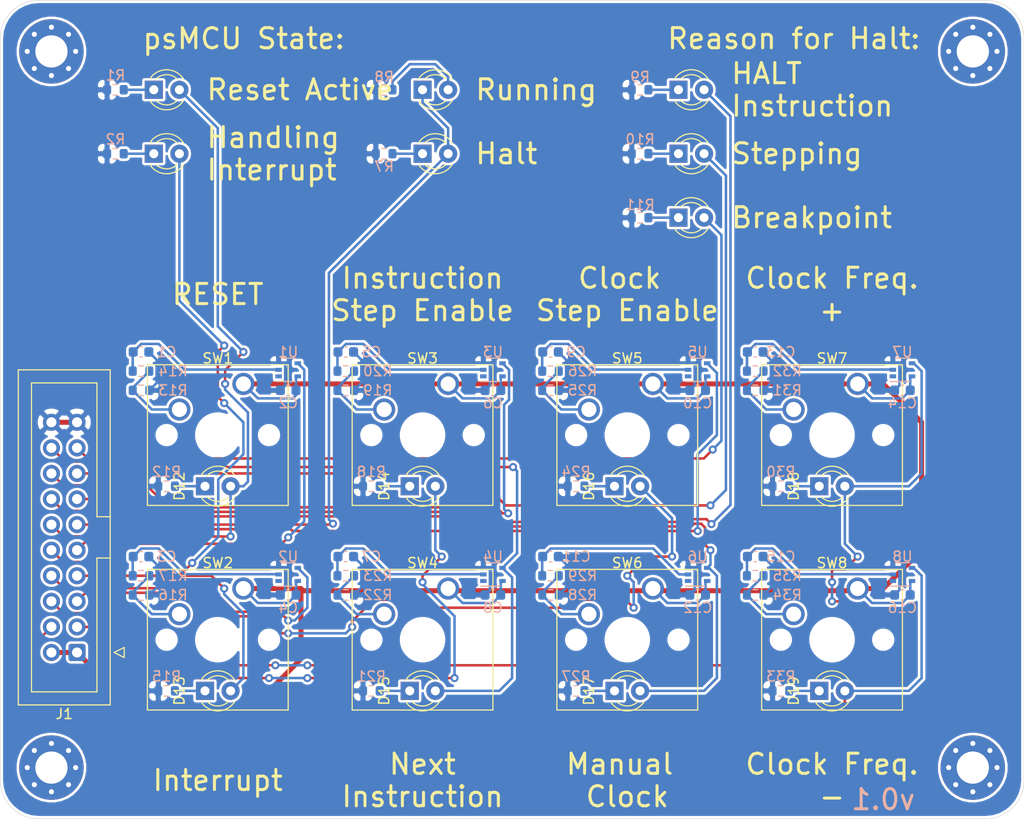
<source format=kicad_pcb>
(kicad_pcb (version 20171130) (host pcbnew "(5.1.9)-1")
  (layers (0 F.Cu signal) (31 B.Cu signal) (34 B.Paste user) (35 F.Paste user) (36 B.SilkS user) (37 F.SilkS user) (38 B.Mask user) (39 F.Mask user) (44 Edge.Cuts user))
  (net 0 "")
  (net 1 GND)
  (net 2 "Net-(C1-Pad1)")
  (net 3 +5V)
  (net 4 "Net-(C3-Pad1)")
  (net 5 "Net-(C5-Pad1)")
  (net 6 "Net-(C7-Pad1)")
  (net 7 "Net-(C9-Pad1)")
  (net 8 "Net-(C11-Pad1)")
  (net 9 "Net-(C13-Pad1)")
  (net 10 "Net-(C15-Pad1)")
  (net 11 /RESET)
  (net 12 "Net-(D1-Pad1)")
  (net 13 /LED_INT_Active)
  (net 14 "Net-(D2-Pad1)")
  (net 15 /LED_CLK_STEP_EN)
  (net 16 /LED_INST_STEP_EN)
  (net 17 /LED_Halted)
  (net 18 "Net-(D7-Pad1)")
  (net 19 "Net-(D8-Pad2)")
  (net 20 /LED_Halted_Inst)
  (net 21 "Net-(D9-Pad1)")
  (net 22 /LED_Halted_Step)
  (net 23 "Net-(D10-Pad1)")
  (net 24 /LED_Halted_Bkpt)
  (net 25 "Net-(D11-Pad1)")
  (net 26 "Net-(D12-Pad1)")
  (net 27 "Net-(D13-Pad1)")
  (net 28 "Net-(D14-Pad1)")
  (net 29 /BTN_INST_STEP)
  (net 30 "Net-(D15-Pad1)")
  (net 31 "Net-(D16-Pad1)")
  (net 32 /BTN_CLK_STEP)
  (net 33 "Net-(D17-Pad1)")
  (net 34 /BTN_INC_CLK_F)
  (net 35 "Net-(D18-Pad1)")
  (net 36 /BTN_DEC_CLK_F)
  (net 37 "Net-(D19-Pad1)")
  (net 38 /BTN_INST_STEP_EN)
  (net 39 /BTN_CLK_STEP_EN)
  (net 40 /BTN_RESET)
  (net 41 /BTN_INT)
  (net 42 "Net-(R13-Pad1)")
  (net 43 "Net-(R16-Pad1)")
  (net 44 "Net-(R19-Pad1)")
  (net 45 "Net-(R22-Pad1)")
  (net 46 "Net-(R25-Pad1)")
  (net 47 "Net-(R28-Pad1)")
  (net 48 "Net-(R31-Pad1)")
  (net 49 "Net-(R34-Pad1)")
  (module Resistor_SMD:R_0603_1608Metric (layer B.Cu) (at 104.14 43.18 180)
    (fp_text reference R2 (at 0 1.43) (layer B.SilkS) (effects (justify mirror)))
    (fp_text value rled)
    (pad 2 smd roundrect (at 0.825 0 180) (size 0.8 0.95) (layers B.Cu B.Paste B.Mask) (net 1 GND))
    (pad 1 smd roundrect (at -0.825 0 180) (size 0.8 0.95) (layers B.Cu B.Paste B.Mask) (net 14 "Net-(D2-Pad1)"))
  )
  (module Resistor_SMD:R_0603_1608Metric (layer B.Cu) (at 104.14 36.83 180)
    (fp_text reference R1 (at 0 1.43) (layer B.SilkS) (effects (justify mirror)))
    (fp_text value rled)
    (pad 2 smd roundrect (at 0.825 0 180) (size 0.8 0.95) (layers B.Cu B.Paste B.Mask) (net 1 GND))
    (pad 1 smd roundrect (at -0.825 0 180) (size 0.8 0.95) (layers B.Cu B.Paste B.Mask) (net 12 "Net-(D1-Pad1)"))
  )
  (module LED_THT:LED_D3.0mm (layer F.Cu) (at 107.95 43.18)
    (fp_text reference D2 hide)
    (fp_text value LED)
    (pad 2 thru_hole circle (at 2.54 0) (size 1.8 1.8) (drill 0.9) (layers *.Cu *.Mask) (net 13 /LED_INT_Active))
    (pad 1 thru_hole rect (at 0 0) (size 1.8 1.8) (drill 0.9) (layers *.Cu *.Mask) (net 14 "Net-(D2-Pad1)"))
  )
  (module LED_THT:LED_D3.0mm (layer F.Cu) (at 107.95 36.83)
    (fp_text reference D1 hide)
    (fp_text value LED)
    (pad 2 thru_hole circle (at 2.54 0) (size 1.8 1.8) (drill 0.9) (layers *.Cu *.Mask) (net 11 /RESET))
    (pad 1 thru_hole rect (at 0 0) (size 1.8 1.8) (drill 0.9) (layers *.Cu *.Mask) (net 12 "Net-(D1-Pad1)"))
  )
  (module Package_TO_SOT_SMD:SOT-353_SC-70-5 (layer B.Cu) (at 182.245 84.96)
    (fp_text reference U8 (at 0 -1.775) (layer B.SilkS) (effects (justify mirror)))
    (fp_text value 74LVC1G17)
    (pad 5 smd rect (at 0.95 0.65) (size 0.65 0.4) (layers B.Cu B.Paste B.Mask) (net 3 +5V))
    (pad 4 smd rect (at 0.95 -0.65) (size 0.65 0.4) (layers B.Cu B.Paste B.Mask) (net 36 /BTN_DEC_CLK_F))
    (pad 2 smd rect (at -0.95 0) (size 0.65 0.4) (layers B.Cu B.Paste B.Mask) (net 10 "Net-(C15-Pad1)"))
    (pad 3 smd rect (at -0.95 -0.65) (size 0.65 0.4) (layers B.Cu B.Paste B.Mask) (net 1 GND))
    (pad 1 smd rect (at -0.95 0.65) (size 0.65 0.4) (layers B.Cu B.Paste B.Mask))
  )
  (module Package_TO_SOT_SMD:SOT-353_SC-70-5 (layer B.Cu) (at 182.245 64.64)
    (fp_text reference U7 (at 0 -1.775) (layer B.SilkS) (effects (justify mirror)))
    (fp_text value 74LVC1G17)
    (pad 5 smd rect (at 0.95 0.65) (size 0.65 0.4) (layers B.Cu B.Paste B.Mask) (net 3 +5V))
    (pad 4 smd rect (at 0.95 -0.65) (size 0.65 0.4) (layers B.Cu B.Paste B.Mask) (net 34 /BTN_INC_CLK_F))
    (pad 2 smd rect (at -0.95 0) (size 0.65 0.4) (layers B.Cu B.Paste B.Mask) (net 9 "Net-(C13-Pad1)"))
    (pad 3 smd rect (at -0.95 -0.65) (size 0.65 0.4) (layers B.Cu B.Paste B.Mask) (net 1 GND))
    (pad 1 smd rect (at -0.95 0.65) (size 0.65 0.4) (layers B.Cu B.Paste B.Mask))
  )
  (module Package_TO_SOT_SMD:SOT-353_SC-70-5 (layer B.Cu) (at 161.925 84.96)
    (fp_text reference U6 (at 0 -1.775) (layer B.SilkS) (effects (justify mirror)))
    (fp_text value 74LVC1G17)
    (pad 5 smd rect (at 0.95 0.65) (size 0.65 0.4) (layers B.Cu B.Paste B.Mask) (net 3 +5V))
    (pad 4 smd rect (at 0.95 -0.65) (size 0.65 0.4) (layers B.Cu B.Paste B.Mask) (net 32 /BTN_CLK_STEP))
    (pad 2 smd rect (at -0.95 0) (size 0.65 0.4) (layers B.Cu B.Paste B.Mask) (net 8 "Net-(C11-Pad1)"))
    (pad 3 smd rect (at -0.95 -0.65) (size 0.65 0.4) (layers B.Cu B.Paste B.Mask) (net 1 GND))
    (pad 1 smd rect (at -0.95 0.65) (size 0.65 0.4) (layers B.Cu B.Paste B.Mask))
  )
  (module Package_TO_SOT_SMD:SOT-353_SC-70-5 (layer B.Cu) (at 161.925 64.64)
    (fp_text reference U5 (at 0 -1.775) (layer B.SilkS) (effects (justify mirror)))
    (fp_text value 74LVC1G17)
    (pad 5 smd rect (at 0.95 0.65) (size 0.65 0.4) (layers B.Cu B.Paste B.Mask) (net 3 +5V))
    (pad 4 smd rect (at 0.95 -0.65) (size 0.65 0.4) (layers B.Cu B.Paste B.Mask) (net 39 /BTN_CLK_STEP_EN))
    (pad 2 smd rect (at -0.95 0) (size 0.65 0.4) (layers B.Cu B.Paste B.Mask) (net 7 "Net-(C9-Pad1)"))
    (pad 3 smd rect (at -0.95 -0.65) (size 0.65 0.4) (layers B.Cu B.Paste B.Mask) (net 1 GND))
    (pad 1 smd rect (at -0.95 0.65) (size 0.65 0.4) (layers B.Cu B.Paste B.Mask))
  )
  (module Package_TO_SOT_SMD:SOT-353_SC-70-5 (layer B.Cu) (at 141.605 84.96)
    (fp_text reference U4 (at 0 -1.775) (layer B.SilkS) (effects (justify mirror)))
    (fp_text value 74LVC1G17)
    (pad 5 smd rect (at 0.95 0.65) (size 0.65 0.4) (layers B.Cu B.Paste B.Mask) (net 3 +5V))
    (pad 4 smd rect (at 0.95 -0.65) (size 0.65 0.4) (layers B.Cu B.Paste B.Mask) (net 29 /BTN_INST_STEP))
    (pad 2 smd rect (at -0.95 0) (size 0.65 0.4) (layers B.Cu B.Paste B.Mask) (net 6 "Net-(C7-Pad1)"))
    (pad 3 smd rect (at -0.95 -0.65) (size 0.65 0.4) (layers B.Cu B.Paste B.Mask) (net 1 GND))
    (pad 1 smd rect (at -0.95 0.65) (size 0.65 0.4) (layers B.Cu B.Paste B.Mask))
  )
  (module Package_TO_SOT_SMD:SOT-353_SC-70-5 (layer B.Cu) (at 141.605 64.64)
    (fp_text reference U3 (at 0 -1.775) (layer B.SilkS) (effects (justify mirror)))
    (fp_text value 74LVC1G17)
    (pad 5 smd rect (at 0.95 0.65) (size 0.65 0.4) (layers B.Cu B.Paste B.Mask) (net 3 +5V))
    (pad 4 smd rect (at 0.95 -0.65) (size 0.65 0.4) (layers B.Cu B.Paste B.Mask) (net 38 /BTN_INST_STEP_EN))
    (pad 2 smd rect (at -0.95 0) (size 0.65 0.4) (layers B.Cu B.Paste B.Mask) (net 5 "Net-(C5-Pad1)"))
    (pad 3 smd rect (at -0.95 -0.65) (size 0.65 0.4) (layers B.Cu B.Paste B.Mask) (net 1 GND))
    (pad 1 smd rect (at -0.95 0.65) (size 0.65 0.4) (layers B.Cu B.Paste B.Mask))
  )
  (module Package_TO_SOT_SMD:SOT-353_SC-70-5 (layer B.Cu) (at 121.285 84.96)
    (fp_text reference U2 (at 0 -1.775) (layer B.SilkS) (effects (justify mirror)))
    (fp_text value 74LVC1G17)
    (pad 5 smd rect (at 0.95 0.65) (size 0.65 0.4) (layers B.Cu B.Paste B.Mask) (net 3 +5V))
    (pad 4 smd rect (at 0.95 -0.65) (size 0.65 0.4) (layers B.Cu B.Paste B.Mask) (net 41 /BTN_INT))
    (pad 2 smd rect (at -0.95 0) (size 0.65 0.4) (layers B.Cu B.Paste B.Mask) (net 4 "Net-(C3-Pad1)"))
    (pad 3 smd rect (at -0.95 -0.65) (size 0.65 0.4) (layers B.Cu B.Paste B.Mask) (net 1 GND))
    (pad 1 smd rect (at -0.95 0.65) (size 0.65 0.4) (layers B.Cu B.Paste B.Mask))
  )
  (module Package_TO_SOT_SMD:SOT-353_SC-70-5 (layer B.Cu) (at 121.285 64.64)
    (fp_text reference U1 (at 0 -1.775) (layer B.SilkS) (effects (justify mirror)))
    (fp_text value 74LVC1G17)
    (pad 5 smd rect (at 0.95 0.65) (size 0.65 0.4) (layers B.Cu B.Paste B.Mask) (net 3 +5V))
    (pad 4 smd rect (at 0.95 -0.65) (size 0.65 0.4) (layers B.Cu B.Paste B.Mask) (net 40 /BTN_RESET))
    (pad 2 smd rect (at -0.95 0) (size 0.65 0.4) (layers B.Cu B.Paste B.Mask) (net 2 "Net-(C1-Pad1)"))
    (pad 3 smd rect (at -0.95 -0.65) (size 0.65 0.4) (layers B.Cu B.Paste B.Mask) (net 1 GND))
    (pad 1 smd rect (at -0.95 0.65) (size 0.65 0.4) (layers B.Cu B.Paste B.Mask))
  )
  (module Button_Switch_Keyboard:SW_Cherry_MX_1.00u_PCB (layer F.Cu) (at 177.8 86.36)
    (fp_text reference SW8 (at -2.54 -2.54) (layer F.SilkS))
    (fp_text value MX1A-E1NW)
    (pad "" np_thru_hole circle (at 2.54 5.08) (size 1.7 1.7) (drill 1.7) (layers *.Cu *.Mask))
    (pad "" np_thru_hole circle (at -7.62 5.08) (size 1.7 1.7) (drill 1.7) (layers *.Cu *.Mask))
    (pad "" np_thru_hole circle (at -2.54 5.08) (size 4 4) (drill 4) (layers *.Cu *.Mask))
    (pad 2 thru_hole circle (at -6.35 2.54) (size 2.2 2.2) (drill 1.5) (layers *.Cu *.Mask) (net 49 "Net-(R34-Pad1)"))
    (pad 1 thru_hole circle (at 0 0) (size 2.2 2.2) (drill 1.5) (layers *.Cu *.Mask) (net 3 +5V))
  )
  (module Button_Switch_Keyboard:SW_Cherry_MX_1.00u_PCB (layer F.Cu) (at 177.8 66.04)
    (fp_text reference SW7 (at -2.54 -2.54) (layer F.SilkS))
    (fp_text value MX1A-E1NW)
    (pad "" np_thru_hole circle (at 2.54 5.08) (size 1.7 1.7) (drill 1.7) (layers *.Cu *.Mask))
    (pad "" np_thru_hole circle (at -7.62 5.08) (size 1.7 1.7) (drill 1.7) (layers *.Cu *.Mask))
    (pad "" np_thru_hole circle (at -2.54 5.08) (size 4 4) (drill 4) (layers *.Cu *.Mask))
    (pad 2 thru_hole circle (at -6.35 2.54) (size 2.2 2.2) (drill 1.5) (layers *.Cu *.Mask) (net 48 "Net-(R31-Pad1)"))
    (pad 1 thru_hole circle (at 0 0) (size 2.2 2.2) (drill 1.5) (layers *.Cu *.Mask) (net 3 +5V))
  )
  (module Button_Switch_Keyboard:SW_Cherry_MX_1.00u_PCB (layer F.Cu) (at 157.48 86.36)
    (fp_text reference SW6 (at -2.54 -2.54) (layer F.SilkS))
    (fp_text value MX1A-E1NW)
    (pad "" np_thru_hole circle (at 2.54 5.08) (size 1.7 1.7) (drill 1.7) (layers *.Cu *.Mask))
    (pad "" np_thru_hole circle (at -7.62 5.08) (size 1.7 1.7) (drill 1.7) (layers *.Cu *.Mask))
    (pad "" np_thru_hole circle (at -2.54 5.08) (size 4 4) (drill 4) (layers *.Cu *.Mask))
    (pad 2 thru_hole circle (at -6.35 2.54) (size 2.2 2.2) (drill 1.5) (layers *.Cu *.Mask) (net 47 "Net-(R28-Pad1)"))
    (pad 1 thru_hole circle (at 0 0) (size 2.2 2.2) (drill 1.5) (layers *.Cu *.Mask) (net 3 +5V))
  )
  (module Button_Switch_Keyboard:SW_Cherry_MX_1.00u_PCB (layer F.Cu) (at 157.48 66.04)
    (fp_text reference SW5 (at -2.54 -2.54) (layer F.SilkS))
    (fp_text value MX1A-E1NW)
    (pad "" np_thru_hole circle (at 2.54 5.08) (size 1.7 1.7) (drill 1.7) (layers *.Cu *.Mask))
    (pad "" np_thru_hole circle (at -7.62 5.08) (size 1.7 1.7) (drill 1.7) (layers *.Cu *.Mask))
    (pad "" np_thru_hole circle (at -2.54 5.08) (size 4 4) (drill 4) (layers *.Cu *.Mask))
    (pad 2 thru_hole circle (at -6.35 2.54) (size 2.2 2.2) (drill 1.5) (layers *.Cu *.Mask) (net 46 "Net-(R25-Pad1)"))
    (pad 1 thru_hole circle (at 0 0) (size 2.2 2.2) (drill 1.5) (layers *.Cu *.Mask) (net 3 +5V))
  )
  (module Button_Switch_Keyboard:SW_Cherry_MX_1.00u_PCB (layer F.Cu) (at 137.16 86.36)
    (fp_text reference SW4 (at -2.54 -2.54) (layer F.SilkS))
    (fp_text value MX1A-E1NW)
    (pad "" np_thru_hole circle (at 2.54 5.08) (size 1.7 1.7) (drill 1.7) (layers *.Cu *.Mask))
    (pad "" np_thru_hole circle (at -7.62 5.08) (size 1.7 1.7) (drill 1.7) (layers *.Cu *.Mask))
    (pad "" np_thru_hole circle (at -2.54 5.08) (size 4 4) (drill 4) (layers *.Cu *.Mask))
    (pad 2 thru_hole circle (at -6.35 2.54) (size 2.2 2.2) (drill 1.5) (layers *.Cu *.Mask) (net 45 "Net-(R22-Pad1)"))
    (pad 1 thru_hole circle (at 0 0) (size 2.2 2.2) (drill 1.5) (layers *.Cu *.Mask) (net 3 +5V))
  )
  (module Button_Switch_Keyboard:SW_Cherry_MX_1.00u_PCB (layer F.Cu) (at 137.16 66.04)
    (fp_text reference SW3 (at -2.54 -2.54) (layer F.SilkS))
    (fp_text value MX1A-E1NW)
    (pad "" np_thru_hole circle (at 2.54 5.08) (size 1.7 1.7) (drill 1.7) (layers *.Cu *.Mask))
    (pad "" np_thru_hole circle (at -7.62 5.08) (size 1.7 1.7) (drill 1.7) (layers *.Cu *.Mask))
    (pad "" np_thru_hole circle (at -2.54 5.08) (size 4 4) (drill 4) (layers *.Cu *.Mask))
    (pad 2 thru_hole circle (at -6.35 2.54) (size 2.2 2.2) (drill 1.5) (layers *.Cu *.Mask) (net 44 "Net-(R19-Pad1)"))
    (pad 1 thru_hole circle (at 0 0) (size 2.2 2.2) (drill 1.5) (layers *.Cu *.Mask) (net 3 +5V))
  )
  (module Button_Switch_Keyboard:SW_Cherry_MX_1.00u_PCB (layer F.Cu) (at 116.84 86.36)
    (fp_text reference SW2 (at -2.54 -2.54) (layer F.SilkS))
    (fp_text value MX1A-E1NW)
    (pad "" np_thru_hole circle (at 2.54 5.08) (size 1.7 1.7) (drill 1.7) (layers *.Cu *.Mask))
    (pad "" np_thru_hole circle (at -7.62 5.08) (size 1.7 1.7) (drill 1.7) (layers *.Cu *.Mask))
    (pad "" np_thru_hole circle (at -2.54 5.08) (size 4 4) (drill 4) (layers *.Cu *.Mask))
    (pad 2 thru_hole circle (at -6.35 2.54) (size 2.2 2.2) (drill 1.5) (layers *.Cu *.Mask) (net 43 "Net-(R16-Pad1)"))
    (pad 1 thru_hole circle (at 0 0) (size 2.2 2.2) (drill 1.5) (layers *.Cu *.Mask) (net 3 +5V))
  )
  (module Button_Switch_Keyboard:SW_Cherry_MX_1.00u_PCB (layer F.Cu) (at 116.84 66.04)
    (fp_text reference SW1 (at -2.54 -2.54) (layer F.SilkS))
    (fp_text value MX1A-E1NW)
    (pad "" np_thru_hole circle (at 2.54 5.08) (size 1.7 1.7) (drill 1.7) (layers *.Cu *.Mask))
    (pad "" np_thru_hole circle (at -7.62 5.08) (size 1.7 1.7) (drill 1.7) (layers *.Cu *.Mask))
    (pad "" np_thru_hole circle (at -2.54 5.08) (size 4 4) (drill 4) (layers *.Cu *.Mask))
    (pad 2 thru_hole circle (at -6.35 2.54) (size 2.2 2.2) (drill 1.5) (layers *.Cu *.Mask) (net 42 "Net-(R13-Pad1)"))
    (pad 1 thru_hole circle (at 0 0) (size 2.2 2.2) (drill 1.5) (layers *.Cu *.Mask) (net 3 +5V))
  )
  (module Resistor_SMD:R_0603_1608Metric (layer B.Cu) (at 167.64 85.09)
    (fp_text reference R35 (at 3.175 0) (layer B.SilkS) (effects (justify mirror)))
    (fp_text value 10K)
    (pad 2 smd roundrect (at 0.825 0) (size 0.8 0.95) (layers B.Cu B.Paste B.Mask) (net 49 "Net-(R34-Pad1)"))
    (pad 1 smd roundrect (at -0.825 0) (size 0.8 0.95) (layers B.Cu B.Paste B.Mask) (net 10 "Net-(C15-Pad1)"))
  )
  (module Resistor_SMD:R_0603_1608Metric (layer B.Cu) (at 167.64 86.995)
    (fp_text reference R34 (at 3.175 0) (layer B.SilkS) (effects (justify mirror)))
    (fp_text value 10K)
    (pad 2 smd roundrect (at 0.825 0) (size 0.8 0.95) (layers B.Cu B.Paste B.Mask) (net 1 GND))
    (pad 1 smd roundrect (at -0.825 0) (size 0.8 0.95) (layers B.Cu B.Paste B.Mask) (net 49 "Net-(R34-Pad1)"))
  )
  (module Resistor_SMD:R_0603_1608Metric (layer B.Cu) (at 170.18 96.52 180)
    (fp_text reference R33 (at 0 1.43) (layer B.SilkS) (effects (justify mirror)))
    (fp_text value rled)
    (pad 2 smd roundrect (at 0.825 0 180) (size 0.8 0.95) (layers B.Cu B.Paste B.Mask) (net 1 GND))
    (pad 1 smd roundrect (at -0.825 0 180) (size 0.8 0.95) (layers B.Cu B.Paste B.Mask) (net 37 "Net-(D19-Pad1)"))
  )
  (module Resistor_SMD:R_0603_1608Metric (layer B.Cu) (at 167.64 64.77)
    (fp_text reference R32 (at 3.175 0) (layer B.SilkS) (effects (justify mirror)))
    (fp_text value 10K)
    (pad 2 smd roundrect (at 0.825 0) (size 0.8 0.95) (layers B.Cu B.Paste B.Mask) (net 48 "Net-(R31-Pad1)"))
    (pad 1 smd roundrect (at -0.825 0) (size 0.8 0.95) (layers B.Cu B.Paste B.Mask) (net 9 "Net-(C13-Pad1)"))
  )
  (module Resistor_SMD:R_0603_1608Metric (layer B.Cu) (at 167.64 66.675)
    (fp_text reference R31 (at 3.175 0) (layer B.SilkS) (effects (justify mirror)))
    (fp_text value 10K)
    (pad 2 smd roundrect (at 0.825 0) (size 0.8 0.95) (layers B.Cu B.Paste B.Mask) (net 1 GND))
    (pad 1 smd roundrect (at -0.825 0) (size 0.8 0.95) (layers B.Cu B.Paste B.Mask) (net 48 "Net-(R31-Pad1)"))
  )
  (module Resistor_SMD:R_0603_1608Metric (layer B.Cu) (at 170.18 76.2 180)
    (fp_text reference R30 (at 0 1.43) (layer B.SilkS) (effects (justify mirror)))
    (fp_text value rled)
    (pad 2 smd roundrect (at 0.825 0 180) (size 0.8 0.95) (layers B.Cu B.Paste B.Mask) (net 1 GND))
    (pad 1 smd roundrect (at -0.825 0 180) (size 0.8 0.95) (layers B.Cu B.Paste B.Mask) (net 35 "Net-(D18-Pad1)"))
  )
  (module Resistor_SMD:R_0603_1608Metric (layer B.Cu) (at 147.32 85.09)
    (fp_text reference R29 (at 3.175 0) (layer B.SilkS) (effects (justify mirror)))
    (fp_text value 10K)
    (pad 2 smd roundrect (at 0.825 0) (size 0.8 0.95) (layers B.Cu B.Paste B.Mask) (net 47 "Net-(R28-Pad1)"))
    (pad 1 smd roundrect (at -0.825 0) (size 0.8 0.95) (layers B.Cu B.Paste B.Mask) (net 8 "Net-(C11-Pad1)"))
  )
  (module Resistor_SMD:R_0603_1608Metric (layer B.Cu) (at 147.32 86.995)
    (fp_text reference R28 (at 3.175 0) (layer B.SilkS) (effects (justify mirror)))
    (fp_text value 10K)
    (pad 2 smd roundrect (at 0.825 0) (size 0.8 0.95) (layers B.Cu B.Paste B.Mask) (net 1 GND))
    (pad 1 smd roundrect (at -0.825 0) (size 0.8 0.95) (layers B.Cu B.Paste B.Mask) (net 47 "Net-(R28-Pad1)"))
  )
  (module Resistor_SMD:R_0603_1608Metric (layer B.Cu) (at 149.86 96.52 180)
    (fp_text reference R27 (at 0 1.43) (layer B.SilkS) (effects (justify mirror)))
    (fp_text value rled)
    (pad 2 smd roundrect (at 0.825 0 180) (size 0.8 0.95) (layers B.Cu B.Paste B.Mask) (net 1 GND))
    (pad 1 smd roundrect (at -0.825 0 180) (size 0.8 0.95) (layers B.Cu B.Paste B.Mask) (net 33 "Net-(D17-Pad1)"))
  )
  (module Resistor_SMD:R_0603_1608Metric (layer B.Cu) (at 147.32 64.77)
    (fp_text reference R26 (at 3.175 0) (layer B.SilkS) (effects (justify mirror)))
    (fp_text value 10K)
    (pad 2 smd roundrect (at 0.825 0) (size 0.8 0.95) (layers B.Cu B.Paste B.Mask) (net 46 "Net-(R25-Pad1)"))
    (pad 1 smd roundrect (at -0.825 0) (size 0.8 0.95) (layers B.Cu B.Paste B.Mask) (net 7 "Net-(C9-Pad1)"))
  )
  (module Resistor_SMD:R_0603_1608Metric (layer B.Cu) (at 147.32 66.675)
    (fp_text reference R25 (at 3.175 0) (layer B.SilkS) (effects (justify mirror)))
    (fp_text value 10K)
    (pad 2 smd roundrect (at 0.825 0) (size 0.8 0.95) (layers B.Cu B.Paste B.Mask) (net 1 GND))
    (pad 1 smd roundrect (at -0.825 0) (size 0.8 0.95) (layers B.Cu B.Paste B.Mask) (net 46 "Net-(R25-Pad1)"))
  )
  (module Resistor_SMD:R_0603_1608Metric (layer B.Cu) (at 149.86 76.2 180)
    (fp_text reference R24 (at 0 1.43) (layer B.SilkS) (effects (justify mirror)))
    (fp_text value rled)
    (pad 2 smd roundrect (at 0.825 0 180) (size 0.8 0.95) (layers B.Cu B.Paste B.Mask) (net 1 GND))
    (pad 1 smd roundrect (at -0.825 0 180) (size 0.8 0.95) (layers B.Cu B.Paste B.Mask) (net 31 "Net-(D16-Pad1)"))
  )
  (module Resistor_SMD:R_0603_1608Metric (layer B.Cu) (at 127 85.09)
    (fp_text reference R23 (at 3.175 0) (layer B.SilkS) (effects (justify mirror)))
    (fp_text value 10K)
    (pad 2 smd roundrect (at 0.825 0) (size 0.8 0.95) (layers B.Cu B.Paste B.Mask) (net 45 "Net-(R22-Pad1)"))
    (pad 1 smd roundrect (at -0.825 0) (size 0.8 0.95) (layers B.Cu B.Paste B.Mask) (net 6 "Net-(C7-Pad1)"))
  )
  (module Resistor_SMD:R_0603_1608Metric (layer B.Cu) (at 127 86.995)
    (fp_text reference R22 (at 3.175 0) (layer B.SilkS) (effects (justify mirror)))
    (fp_text value 10K)
    (pad 2 smd roundrect (at 0.825 0) (size 0.8 0.95) (layers B.Cu B.Paste B.Mask) (net 1 GND))
    (pad 1 smd roundrect (at -0.825 0) (size 0.8 0.95) (layers B.Cu B.Paste B.Mask) (net 45 "Net-(R22-Pad1)"))
  )
  (module Resistor_SMD:R_0603_1608Metric (layer B.Cu) (at 129.54 96.52 180)
    (fp_text reference R21 (at 0 1.43) (layer B.SilkS) (effects (justify mirror)))
    (fp_text value rled)
    (pad 2 smd roundrect (at 0.825 0 180) (size 0.8 0.95) (layers B.Cu B.Paste B.Mask) (net 1 GND))
    (pad 1 smd roundrect (at -0.825 0 180) (size 0.8 0.95) (layers B.Cu B.Paste B.Mask) (net 30 "Net-(D15-Pad1)"))
  )
  (module Resistor_SMD:R_0603_1608Metric (layer B.Cu) (at 127 64.77)
    (fp_text reference R20 (at 3.175 0) (layer B.SilkS) (effects (justify mirror)))
    (fp_text value 10K)
    (pad 2 smd roundrect (at 0.825 0) (size 0.8 0.95) (layers B.Cu B.Paste B.Mask) (net 44 "Net-(R19-Pad1)"))
    (pad 1 smd roundrect (at -0.825 0) (size 0.8 0.95) (layers B.Cu B.Paste B.Mask) (net 5 "Net-(C5-Pad1)"))
  )
  (module Resistor_SMD:R_0603_1608Metric (layer B.Cu) (at 127 66.675)
    (fp_text reference R19 (at 3.175 0) (layer B.SilkS) (effects (justify mirror)))
    (fp_text value 10K)
    (pad 2 smd roundrect (at 0.825 0) (size 0.8 0.95) (layers B.Cu B.Paste B.Mask) (net 1 GND))
    (pad 1 smd roundrect (at -0.825 0) (size 0.8 0.95) (layers B.Cu B.Paste B.Mask) (net 44 "Net-(R19-Pad1)"))
  )
  (module Resistor_SMD:R_0603_1608Metric (layer B.Cu) (at 129.54 76.2 180)
    (fp_text reference R18 (at 0 1.43) (layer B.SilkS) (effects (justify mirror)))
    (fp_text value rled)
    (pad 2 smd roundrect (at 0.825 0 180) (size 0.8 0.95) (layers B.Cu B.Paste B.Mask) (net 1 GND))
    (pad 1 smd roundrect (at -0.825 0 180) (size 0.8 0.95) (layers B.Cu B.Paste B.Mask) (net 28 "Net-(D14-Pad1)"))
  )
  (module Resistor_SMD:R_0603_1608Metric (layer B.Cu) (at 106.68 85.09)
    (fp_text reference R17 (at 3.175 0) (layer B.SilkS) (effects (justify mirror)))
    (fp_text value 10K)
    (pad 2 smd roundrect (at 0.825 0) (size 0.8 0.95) (layers B.Cu B.Paste B.Mask) (net 43 "Net-(R16-Pad1)"))
    (pad 1 smd roundrect (at -0.825 0) (size 0.8 0.95) (layers B.Cu B.Paste B.Mask) (net 4 "Net-(C3-Pad1)"))
  )
  (module Resistor_SMD:R_0603_1608Metric (layer B.Cu) (at 106.68 86.995)
    (fp_text reference R16 (at 3.175 0) (layer B.SilkS) (effects (justify mirror)))
    (fp_text value 10K)
    (pad 2 smd roundrect (at 0.825 0) (size 0.8 0.95) (layers B.Cu B.Paste B.Mask) (net 1 GND))
    (pad 1 smd roundrect (at -0.825 0) (size 0.8 0.95) (layers B.Cu B.Paste B.Mask) (net 43 "Net-(R16-Pad1)"))
  )
  (module Resistor_SMD:R_0603_1608Metric (layer B.Cu) (at 109.22 96.52 180)
    (fp_text reference R15 (at 0 1.43) (layer B.SilkS) (effects (justify mirror)))
    (fp_text value rled)
    (pad 2 smd roundrect (at 0.825 0 180) (size 0.8 0.95) (layers B.Cu B.Paste B.Mask) (net 1 GND))
    (pad 1 smd roundrect (at -0.825 0 180) (size 0.8 0.95) (layers B.Cu B.Paste B.Mask) (net 27 "Net-(D13-Pad1)"))
  )
  (module Resistor_SMD:R_0603_1608Metric (layer B.Cu) (at 106.68 64.77)
    (fp_text reference R14 (at 3.175 0) (layer B.SilkS) (effects (justify mirror)))
    (fp_text value 10K)
    (pad 2 smd roundrect (at 0.825 0) (size 0.8 0.95) (layers B.Cu B.Paste B.Mask) (net 42 "Net-(R13-Pad1)"))
    (pad 1 smd roundrect (at -0.825 0) (size 0.8 0.95) (layers B.Cu B.Paste B.Mask) (net 2 "Net-(C1-Pad1)"))
  )
  (module Resistor_SMD:R_0603_1608Metric (layer B.Cu) (at 106.68 66.675)
    (fp_text reference R13 (at 3.175 0) (layer B.SilkS) (effects (justify mirror)))
    (fp_text value 10K)
    (pad 2 smd roundrect (at 0.825 0) (size 0.8 0.95) (layers B.Cu B.Paste B.Mask) (net 1 GND))
    (pad 1 smd roundrect (at -0.825 0) (size 0.8 0.95) (layers B.Cu B.Paste B.Mask) (net 42 "Net-(R13-Pad1)"))
  )
  (module Resistor_SMD:R_0603_1608Metric (layer B.Cu) (at 109.22 76.2 180)
    (fp_text reference R12 (at 0 1.43) (layer B.SilkS) (effects (justify mirror)))
    (fp_text value rled)
    (pad 2 smd roundrect (at 0.825 0 180) (size 0.8 0.95) (layers B.Cu B.Paste B.Mask) (net 1 GND))
    (pad 1 smd roundrect (at -0.825 0 180) (size 0.8 0.95) (layers B.Cu B.Paste B.Mask) (net 26 "Net-(D12-Pad1)"))
  )
  (module Resistor_SMD:R_0603_1608Metric (layer B.Cu) (at 156.21 49.53 180)
    (fp_text reference R11 (at 0 1.27) (layer B.SilkS) (effects (justify mirror)))
    (fp_text value rled)
    (pad 2 smd roundrect (at 0.825 0 180) (size 0.8 0.95) (layers B.Cu B.Paste B.Mask) (net 1 GND))
    (pad 1 smd roundrect (at -0.825 0 180) (size 0.8 0.95) (layers B.Cu B.Paste B.Mask) (net 25 "Net-(D11-Pad1)"))
  )
  (module Resistor_SMD:R_0603_1608Metric (layer B.Cu) (at 156.21 43.18 180)
    (fp_text reference R10 (at 0 1.43) (layer B.SilkS) (effects (justify mirror)))
    (fp_text value rled)
    (pad 2 smd roundrect (at 0.825 0 180) (size 0.8 0.95) (layers B.Cu B.Paste B.Mask) (net 1 GND))
    (pad 1 smd roundrect (at -0.825 0 180) (size 0.8 0.95) (layers B.Cu B.Paste B.Mask) (net 23 "Net-(D10-Pad1)"))
  )
  (module Resistor_SMD:R_0603_1608Metric (layer B.Cu) (at 156.21 36.83 180)
    (fp_text reference R9 (at 0 1.27) (layer B.SilkS) (effects (justify mirror)))
    (fp_text value rled)
    (pad 2 smd roundrect (at 0.825 0 180) (size 0.8 0.95) (layers B.Cu B.Paste B.Mask) (net 1 GND))
    (pad 1 smd roundrect (at -0.825 0 180) (size 0.8 0.95) (layers B.Cu B.Paste B.Mask) (net 21 "Net-(D9-Pad1)"))
  )
  (module Resistor_SMD:R_0603_1608Metric (layer B.Cu) (at 130.81 36.83 180)
    (fp_text reference R8 (at 0 1.27) (layer B.SilkS) (effects (justify mirror)))
    (fp_text value rled)
    (pad 2 smd roundrect (at 0.825 0 180) (size 0.8 0.95) (layers B.Cu B.Paste B.Mask) (net 1 GND))
    (pad 1 smd roundrect (at -0.825 0 180) (size 0.8 0.95) (layers B.Cu B.Paste B.Mask) (net 19 "Net-(D8-Pad2)"))
  )
  (module Resistor_SMD:R_0603_1608Metric (layer B.Cu) (at 130.81 43.18 180)
    (fp_text reference R7 (at 0 -1.27) (layer B.SilkS) (effects (justify mirror)))
    (fp_text value rled)
    (pad 2 smd roundrect (at 0.825 0 180) (size 0.8 0.95) (layers B.Cu B.Paste B.Mask) (net 1 GND))
    (pad 1 smd roundrect (at -0.825 0 180) (size 0.8 0.95) (layers B.Cu B.Paste B.Mask) (net 18 "Net-(D7-Pad1)"))
  )
  (module Connector_IDC:IDC-Header_2x10_P2.54mm_Vertical (layer F.Cu) (at 100.33 92.71 180)
    (fp_text reference J1 (at 1.27 -6.1) (layer F.SilkS))
    (fp_text value UI)
    (pad 20 thru_hole circle (at 2.54 22.86 180) (size 1.7 1.7) (drill 1) (layers *.Cu *.Mask) (net 1 GND))
    (pad 18 thru_hole circle (at 2.54 20.32 180) (size 1.7 1.7) (drill 1) (layers *.Cu *.Mask) (net 29 /BTN_INST_STEP))
    (pad 16 thru_hole circle (at 2.54 17.78 180) (size 1.7 1.7) (drill 1) (layers *.Cu *.Mask) (net 38 /BTN_INST_STEP_EN))
    (pad 14 thru_hole circle (at 2.54 15.24 180) (size 1.7 1.7) (drill 1) (layers *.Cu *.Mask) (net 32 /BTN_CLK_STEP))
    (pad 12 thru_hole circle (at 2.54 12.7 180) (size 1.7 1.7) (drill 1) (layers *.Cu *.Mask) (net 39 /BTN_CLK_STEP_EN))
    (pad 10 thru_hole circle (at 2.54 10.16 180) (size 1.7 1.7) (drill 1) (layers *.Cu *.Mask) (net 40 /BTN_RESET))
    (pad 8 thru_hole circle (at 2.54 7.62 180) (size 1.7 1.7) (drill 1) (layers *.Cu *.Mask) (net 41 /BTN_INT))
    (pad 6 thru_hole circle (at 2.54 5.08 180) (size 1.7 1.7) (drill 1) (layers *.Cu *.Mask) (net 34 /BTN_INC_CLK_F))
    (pad 4 thru_hole circle (at 2.54 2.54 180) (size 1.7 1.7) (drill 1) (layers *.Cu *.Mask) (net 36 /BTN_DEC_CLK_F))
    (pad 2 thru_hole circle (at 2.54 0 180) (size 1.7 1.7) (drill 1) (layers *.Cu *.Mask) (net 3 +5V))
    (pad 19 thru_hole circle (at 0 22.86 180) (size 1.7 1.7) (drill 1) (layers *.Cu *.Mask) (net 1 GND))
    (pad 17 thru_hole circle (at 0 20.32 180) (size 1.7 1.7) (drill 1) (layers *.Cu *.Mask) (net 24 /LED_Halted_Bkpt))
    (pad 15 thru_hole circle (at 0 17.78 180) (size 1.7 1.7) (drill 1) (layers *.Cu *.Mask) (net 22 /LED_Halted_Step))
    (pad 13 thru_hole circle (at 0 15.24 180) (size 1.7 1.7) (drill 1) (layers *.Cu *.Mask) (net 20 /LED_Halted_Inst))
    (pad 11 thru_hole circle (at 0 12.7 180) (size 1.7 1.7) (drill 1) (layers *.Cu *.Mask) (net 17 /LED_Halted))
    (pad 9 thru_hole circle (at 0 10.16 180) (size 1.7 1.7) (drill 1) (layers *.Cu *.Mask) (net 11 /RESET))
    (pad 7 thru_hole circle (at 0 7.62 180) (size 1.7 1.7) (drill 1) (layers *.Cu *.Mask) (net 13 /LED_INT_Active))
    (pad 5 thru_hole circle (at 0 5.08 180) (size 1.7 1.7) (drill 1) (layers *.Cu *.Mask) (net 15 /LED_CLK_STEP_EN))
    (pad 3 thru_hole circle (at 0 2.54 180) (size 1.7 1.7) (drill 1) (layers *.Cu *.Mask) (net 16 /LED_INST_STEP_EN))
    (pad 1 thru_hole roundrect (at 0 0 180) (size 1.7 1.7) (drill 1) (layers *.Cu *.Mask) (roundrect_rratio 0.147059) (net 3 +5V))
  )
  (module MountingHole:MountingHole_3.2mm_M3_Pad_Via (layer F.Cu) (at 97.79 104.14)
    (fp_text reference H4 hide)
    (fp_text value MountingHole)
    (pad 1 thru_hole circle (at 1.697056 -1.697056) (size 0.8 0.8) (drill 0.5) (layers *.Cu *.Mask))
    (pad 1 thru_hole circle (at 0 -2.4) (size 0.8 0.8) (drill 0.5) (layers *.Cu *.Mask))
    (pad 1 thru_hole circle (at -1.697056 -1.697056) (size 0.8 0.8) (drill 0.5) (layers *.Cu *.Mask))
    (pad 1 thru_hole circle (at -2.4 0) (size 0.8 0.8) (drill 0.5) (layers *.Cu *.Mask))
    (pad 1 thru_hole circle (at -1.697056 1.697056) (size 0.8 0.8) (drill 0.5) (layers *.Cu *.Mask))
    (pad 1 thru_hole circle (at 0 2.4) (size 0.8 0.8) (drill 0.5) (layers *.Cu *.Mask))
    (pad 1 thru_hole circle (at 1.697056 1.697056) (size 0.8 0.8) (drill 0.5) (layers *.Cu *.Mask))
    (pad 1 thru_hole circle (at 2.4 0) (size 0.8 0.8) (drill 0.5) (layers *.Cu *.Mask))
    (pad 1 thru_hole circle (at 0 0) (size 6.4 6.4) (drill 3.2) (layers *.Cu *.Mask))
  )
  (module MountingHole:MountingHole_3.2mm_M3_Pad_Via (layer F.Cu) (at 189.23 104.14)
    (fp_text reference H3 hide)
    (fp_text value MountingHole)
    (pad 1 thru_hole circle (at 1.697056 -1.697056) (size 0.8 0.8) (drill 0.5) (layers *.Cu *.Mask))
    (pad 1 thru_hole circle (at 0 -2.4) (size 0.8 0.8) (drill 0.5) (layers *.Cu *.Mask))
    (pad 1 thru_hole circle (at -1.697056 -1.697056) (size 0.8 0.8) (drill 0.5) (layers *.Cu *.Mask))
    (pad 1 thru_hole circle (at -2.4 0) (size 0.8 0.8) (drill 0.5) (layers *.Cu *.Mask))
    (pad 1 thru_hole circle (at -1.697056 1.697056) (size 0.8 0.8) (drill 0.5) (layers *.Cu *.Mask))
    (pad 1 thru_hole circle (at 0 2.4) (size 0.8 0.8) (drill 0.5) (layers *.Cu *.Mask))
    (pad 1 thru_hole circle (at 1.697056 1.697056) (size 0.8 0.8) (drill 0.5) (layers *.Cu *.Mask))
    (pad 1 thru_hole circle (at 2.4 0) (size 0.8 0.8) (drill 0.5) (layers *.Cu *.Mask))
    (pad 1 thru_hole circle (at 0 0) (size 6.4 6.4) (drill 3.2) (layers *.Cu *.Mask))
  )
  (module MountingHole:MountingHole_3.2mm_M3_Pad_Via (layer F.Cu) (at 189.23 33.02)
    (fp_text reference H2 hide)
    (fp_text value MountingHole)
    (pad 1 thru_hole circle (at 1.697056 -1.697056) (size 0.8 0.8) (drill 0.5) (layers *.Cu *.Mask))
    (pad 1 thru_hole circle (at 0 -2.4) (size 0.8 0.8) (drill 0.5) (layers *.Cu *.Mask))
    (pad 1 thru_hole circle (at -1.697056 -1.697056) (size 0.8 0.8) (drill 0.5) (layers *.Cu *.Mask))
    (pad 1 thru_hole circle (at -2.4 0) (size 0.8 0.8) (drill 0.5) (layers *.Cu *.Mask))
    (pad 1 thru_hole circle (at -1.697056 1.697056) (size 0.8 0.8) (drill 0.5) (layers *.Cu *.Mask))
    (pad 1 thru_hole circle (at 0 2.4) (size 0.8 0.8) (drill 0.5) (layers *.Cu *.Mask))
    (pad 1 thru_hole circle (at 1.697056 1.697056) (size 0.8 0.8) (drill 0.5) (layers *.Cu *.Mask))
    (pad 1 thru_hole circle (at 2.4 0) (size 0.8 0.8) (drill 0.5) (layers *.Cu *.Mask))
    (pad 1 thru_hole circle (at 0 0) (size 6.4 6.4) (drill 3.2) (layers *.Cu *.Mask))
  )
  (module MountingHole:MountingHole_3.2mm_M3_Pad_Via (layer F.Cu) (at 97.79 33.02)
    (fp_text reference H1 hide)
    (fp_text value MountingHole)
    (pad 1 thru_hole circle (at 1.697056 -1.697056) (size 0.8 0.8) (drill 0.5) (layers *.Cu *.Mask))
    (pad 1 thru_hole circle (at 0 -2.4) (size 0.8 0.8) (drill 0.5) (layers *.Cu *.Mask))
    (pad 1 thru_hole circle (at -1.697056 -1.697056) (size 0.8 0.8) (drill 0.5) (layers *.Cu *.Mask))
    (pad 1 thru_hole circle (at -2.4 0) (size 0.8 0.8) (drill 0.5) (layers *.Cu *.Mask))
    (pad 1 thru_hole circle (at -1.697056 1.697056) (size 0.8 0.8) (drill 0.5) (layers *.Cu *.Mask))
    (pad 1 thru_hole circle (at 0 2.4) (size 0.8 0.8) (drill 0.5) (layers *.Cu *.Mask))
    (pad 1 thru_hole circle (at 1.697056 1.697056) (size 0.8 0.8) (drill 0.5) (layers *.Cu *.Mask))
    (pad 1 thru_hole circle (at 2.4 0) (size 0.8 0.8) (drill 0.5) (layers *.Cu *.Mask))
    (pad 1 thru_hole circle (at 0 0) (size 6.4 6.4) (drill 3.2) (layers *.Cu *.Mask))
  )
  (module LED_THT:LED_D3.0mm (layer F.Cu) (at 173.99 96.52)
    (fp_text reference D19 (at -2.54 0 270) (layer F.SilkS))
    (fp_text value LED)
    (pad 2 thru_hole circle (at 2.54 0) (size 1.8 1.8) (drill 0.9) (layers *.Cu *.Mask) (net 36 /BTN_DEC_CLK_F))
    (pad 1 thru_hole rect (at 0 0) (size 1.8 1.8) (drill 0.9) (layers *.Cu *.Mask) (net 37 "Net-(D19-Pad1)"))
  )
  (module LED_THT:LED_D3.0mm (layer F.Cu) (at 173.99 76.2)
    (fp_text reference D18 (at -2.54 0 270) (layer F.SilkS))
    (fp_text value LED)
    (pad 2 thru_hole circle (at 2.54 0) (size 1.8 1.8) (drill 0.9) (layers *.Cu *.Mask) (net 34 /BTN_INC_CLK_F))
    (pad 1 thru_hole rect (at 0 0) (size 1.8 1.8) (drill 0.9) (layers *.Cu *.Mask) (net 35 "Net-(D18-Pad1)"))
  )
  (module LED_THT:LED_D3.0mm (layer F.Cu) (at 153.67 96.52)
    (fp_text reference D17 (at -2.54 0 270) (layer F.SilkS))
    (fp_text value LED)
    (pad 2 thru_hole circle (at 2.54 0) (size 1.8 1.8) (drill 0.9) (layers *.Cu *.Mask) (net 32 /BTN_CLK_STEP))
    (pad 1 thru_hole rect (at 0 0) (size 1.8 1.8) (drill 0.9) (layers *.Cu *.Mask) (net 33 "Net-(D17-Pad1)"))
  )
  (module LED_THT:LED_D3.0mm (layer F.Cu) (at 153.67 76.2)
    (fp_text reference D16 (at -2.54 0 270) (layer F.SilkS))
    (fp_text value LED)
    (pad 2 thru_hole circle (at 2.54 0) (size 1.8 1.8) (drill 0.9) (layers *.Cu *.Mask) (net 15 /LED_CLK_STEP_EN))
    (pad 1 thru_hole rect (at 0 0) (size 1.8 1.8) (drill 0.9) (layers *.Cu *.Mask) (net 31 "Net-(D16-Pad1)"))
  )
  (module LED_THT:LED_D3.0mm (layer F.Cu) (at 133.35 96.52)
    (fp_text reference D15 (at -2.54 0 270) (layer F.SilkS))
    (fp_text value LED)
    (pad 2 thru_hole circle (at 2.54 0) (size 1.8 1.8) (drill 0.9) (layers *.Cu *.Mask) (net 29 /BTN_INST_STEP))
    (pad 1 thru_hole rect (at 0 0) (size 1.8 1.8) (drill 0.9) (layers *.Cu *.Mask) (net 30 "Net-(D15-Pad1)"))
  )
  (module LED_THT:LED_D3.0mm (layer F.Cu) (at 133.35 76.2)
    (fp_text reference D14 (at -2.54 0 270) (layer F.SilkS))
    (fp_text value LED)
    (pad 2 thru_hole circle (at 2.54 0) (size 1.8 1.8) (drill 0.9) (layers *.Cu *.Mask) (net 16 /LED_INST_STEP_EN))
    (pad 1 thru_hole rect (at 0 0) (size 1.8 1.8) (drill 0.9) (layers *.Cu *.Mask) (net 28 "Net-(D14-Pad1)"))
  )
  (module LED_THT:LED_D3.0mm (layer F.Cu) (at 113.03 96.52)
    (fp_text reference D13 (at -2.54 0 270) (layer F.SilkS))
    (fp_text value LED)
    (pad 2 thru_hole circle (at 2.54 0) (size 1.8 1.8) (drill 0.9) (layers *.Cu *.Mask) (net 13 /LED_INT_Active))
    (pad 1 thru_hole rect (at 0 0) (size 1.8 1.8) (drill 0.9) (layers *.Cu *.Mask) (net 27 "Net-(D13-Pad1)"))
  )
  (module LED_THT:LED_D3.0mm (layer F.Cu) (at 113.03 76.2)
    (fp_text reference D12 (at -2.54 0 270) (layer F.SilkS))
    (fp_text value LED)
    (pad 2 thru_hole circle (at 2.54 0) (size 1.8 1.8) (drill 0.9) (layers *.Cu *.Mask) (net 11 /RESET))
    (pad 1 thru_hole rect (at 0 0) (size 1.8 1.8) (drill 0.9) (layers *.Cu *.Mask) (net 26 "Net-(D12-Pad1)"))
  )
  (module LED_THT:LED_D3.0mm (layer F.Cu) (at 160.02 49.53)
    (fp_text reference D11 hide)
    (fp_text value LED)
    (pad 2 thru_hole circle (at 2.54 0) (size 1.8 1.8) (drill 0.9) (layers *.Cu *.Mask) (net 24 /LED_Halted_Bkpt))
    (pad 1 thru_hole rect (at 0 0) (size 1.8 1.8) (drill 0.9) (layers *.Cu *.Mask) (net 25 "Net-(D11-Pad1)"))
  )
  (module LED_THT:LED_D3.0mm (layer F.Cu) (at 160.02 43.18)
    (fp_text reference D10 hide)
    (fp_text value LED)
    (pad 2 thru_hole circle (at 2.54 0) (size 1.8 1.8) (drill 0.9) (layers *.Cu *.Mask) (net 22 /LED_Halted_Step))
    (pad 1 thru_hole rect (at 0 0) (size 1.8 1.8) (drill 0.9) (layers *.Cu *.Mask) (net 23 "Net-(D10-Pad1)"))
  )
  (module LED_THT:LED_D3.0mm (layer F.Cu) (at 160.02 36.83)
    (fp_text reference D9 hide)
    (fp_text value LED)
    (pad 2 thru_hole circle (at 2.54 0) (size 1.8 1.8) (drill 0.9) (layers *.Cu *.Mask) (net 20 /LED_Halted_Inst))
    (pad 1 thru_hole rect (at 0 0) (size 1.8 1.8) (drill 0.9) (layers *.Cu *.Mask) (net 21 "Net-(D9-Pad1)"))
  )
  (module LED_THT:LED_D3.0mm (layer F.Cu) (at 134.62 36.83)
    (fp_text reference D8 hide)
    (fp_text value LED)
    (pad 2 thru_hole circle (at 2.54 0) (size 1.8 1.8) (drill 0.9) (layers *.Cu *.Mask) (net 19 "Net-(D8-Pad2)"))
    (pad 1 thru_hole rect (at 0 0) (size 1.8 1.8) (drill 0.9) (layers *.Cu *.Mask) (net 17 /LED_Halted))
  )
  (module LED_THT:LED_D3.0mm (layer F.Cu) (at 134.62 43.18)
    (fp_text reference D7 hide)
    (fp_text value LED)
    (pad 2 thru_hole circle (at 2.54 0) (size 1.8 1.8) (drill 0.9) (layers *.Cu *.Mask) (net 17 /LED_Halted))
    (pad 1 thru_hole rect (at 0 0) (size 1.8 1.8) (drill 0.9) (layers *.Cu *.Mask) (net 18 "Net-(D7-Pad1)"))
  )
  (module Capacitor_SMD:C_0603_1608Metric (layer B.Cu) (at 182.245 86.995 180)
    (fp_text reference C16 (at 0 -1.27) (layer B.SilkS) (effects (justify mirror)))
    (fp_text value 0u1)
    (pad 2 smd roundrect (at 0.775 0 180) (size 0.9 0.95) (layers B.Cu B.Paste B.Mask) (net 1 GND))
    (pad 1 smd roundrect (at -0.775 0 180) (size 0.9 0.95) (layers B.Cu B.Paste B.Mask) (net 3 +5V))
  )
  (module Capacitor_SMD:C_0603_1608Metric (layer B.Cu) (at 167.64 83.185)
    (fp_text reference C15 (at 2.54 0) (layer B.SilkS) (effects (justify mirror)))
    (fp_text value 0u1)
    (pad 2 smd roundrect (at 0.775 0) (size 0.9 0.95) (layers B.Cu B.Paste B.Mask) (net 1 GND))
    (pad 1 smd roundrect (at -0.775 0) (size 0.9 0.95) (layers B.Cu B.Paste B.Mask) (net 10 "Net-(C15-Pad1)"))
  )
  (module Capacitor_SMD:C_0603_1608Metric (layer B.Cu) (at 182.245 66.675 180)
    (fp_text reference C14 (at 0 -1.27) (layer B.SilkS) (effects (justify mirror)))
    (fp_text value 0u1)
    (pad 2 smd roundrect (at 0.775 0 180) (size 0.9 0.95) (layers B.Cu B.Paste B.Mask) (net 1 GND))
    (pad 1 smd roundrect (at -0.775 0 180) (size 0.9 0.95) (layers B.Cu B.Paste B.Mask) (net 3 +5V))
  )
  (module Capacitor_SMD:C_0603_1608Metric (layer B.Cu) (at 167.64 62.865)
    (fp_text reference C13 (at 2.54 0) (layer B.SilkS) (effects (justify mirror)))
    (fp_text value 0u1)
    (pad 2 smd roundrect (at 0.775 0) (size 0.9 0.95) (layers B.Cu B.Paste B.Mask) (net 1 GND))
    (pad 1 smd roundrect (at -0.775 0) (size 0.9 0.95) (layers B.Cu B.Paste B.Mask) (net 9 "Net-(C13-Pad1)"))
  )
  (module Capacitor_SMD:C_0603_1608Metric (layer B.Cu) (at 161.925 86.995 180)
    (fp_text reference C12 (at 0 -1.27) (layer B.SilkS) (effects (justify mirror)))
    (fp_text value 0u1)
    (pad 2 smd roundrect (at 0.775 0 180) (size 0.9 0.95) (layers B.Cu B.Paste B.Mask) (net 1 GND))
    (pad 1 smd roundrect (at -0.775 0 180) (size 0.9 0.95) (layers B.Cu B.Paste B.Mask) (net 3 +5V))
  )
  (module Capacitor_SMD:C_0603_1608Metric (layer B.Cu) (at 147.32 83.185)
    (fp_text reference C11 (at 2.54 0) (layer B.SilkS) (effects (justify mirror)))
    (fp_text value 0u1)
    (pad 2 smd roundrect (at 0.775 0) (size 0.9 0.95) (layers B.Cu B.Paste B.Mask) (net 1 GND))
    (pad 1 smd roundrect (at -0.775 0) (size 0.9 0.95) (layers B.Cu B.Paste B.Mask) (net 8 "Net-(C11-Pad1)"))
  )
  (module Capacitor_SMD:C_0603_1608Metric (layer B.Cu) (at 161.925 66.675 180)
    (fp_text reference C10 (at 0 -1.27) (layer B.SilkS) (effects (justify mirror)))
    (fp_text value 0u1)
    (pad 2 smd roundrect (at 0.775 0 180) (size 0.9 0.95) (layers B.Cu B.Paste B.Mask) (net 1 GND))
    (pad 1 smd roundrect (at -0.775 0 180) (size 0.9 0.95) (layers B.Cu B.Paste B.Mask) (net 3 +5V))
  )
  (module Capacitor_SMD:C_0603_1608Metric (layer B.Cu) (at 147.32 62.865)
    (fp_text reference C9 (at 2.54 0) (layer B.SilkS) (effects (justify mirror)))
    (fp_text value 0u1)
    (pad 2 smd roundrect (at 0.775 0) (size 0.9 0.95) (layers B.Cu B.Paste B.Mask) (net 1 GND))
    (pad 1 smd roundrect (at -0.775 0) (size 0.9 0.95) (layers B.Cu B.Paste B.Mask) (net 7 "Net-(C9-Pad1)"))
  )
  (module Capacitor_SMD:C_0603_1608Metric (layer B.Cu) (at 141.605 86.995 180)
    (fp_text reference C8 (at 0 -1.27) (layer B.SilkS) (effects (justify mirror)))
    (fp_text value 0u1)
    (pad 2 smd roundrect (at 0.775 0 180) (size 0.9 0.95) (layers B.Cu B.Paste B.Mask) (net 1 GND))
    (pad 1 smd roundrect (at -0.775 0 180) (size 0.9 0.95) (layers B.Cu B.Paste B.Mask) (net 3 +5V))
  )
  (module Capacitor_SMD:C_0603_1608Metric (layer B.Cu) (at 127 83.185)
    (fp_text reference C7 (at 2.54 0) (layer B.SilkS) (effects (justify mirror)))
    (fp_text value 0u1)
    (pad 2 smd roundrect (at 0.775 0) (size 0.9 0.95) (layers B.Cu B.Paste B.Mask) (net 1 GND))
    (pad 1 smd roundrect (at -0.775 0) (size 0.9 0.95) (layers B.Cu B.Paste B.Mask) (net 6 "Net-(C7-Pad1)"))
  )
  (module Capacitor_SMD:C_0603_1608Metric (layer B.Cu) (at 141.605 66.675 180)
    (fp_text reference C6 (at 0 -1.27) (layer B.SilkS) (effects (justify mirror)))
    (fp_text value 0u1)
    (pad 2 smd roundrect (at 0.775 0 180) (size 0.9 0.95) (layers B.Cu B.Paste B.Mask) (net 1 GND))
    (pad 1 smd roundrect (at -0.775 0 180) (size 0.9 0.95) (layers B.Cu B.Paste B.Mask) (net 3 +5V))
  )
  (module Capacitor_SMD:C_0603_1608Metric (layer B.Cu) (at 127 62.865)
    (fp_text reference C5 (at 2.54 0) (layer B.SilkS) (effects (justify mirror)))
    (fp_text value 0u1)
    (pad 2 smd roundrect (at 0.775 0) (size 0.9 0.95) (layers B.Cu B.Paste B.Mask) (net 1 GND))
    (pad 1 smd roundrect (at -0.775 0) (size 0.9 0.95) (layers B.Cu B.Paste B.Mask) (net 5 "Net-(C5-Pad1)"))
  )
  (module Capacitor_SMD:C_0603_1608Metric (layer B.Cu) (at 121.285 86.995 180)
    (fp_text reference C4 (at 0 -1.27) (layer B.SilkS) (effects (justify mirror)))
    (fp_text value 0u1)
    (pad 2 smd roundrect (at 0.775 0 180) (size 0.9 0.95) (layers B.Cu B.Paste B.Mask) (net 1 GND))
    (pad 1 smd roundrect (at -0.775 0 180) (size 0.9 0.95) (layers B.Cu B.Paste B.Mask) (net 3 +5V))
  )
  (module Capacitor_SMD:C_0603_1608Metric (layer B.Cu) (at 106.68 83.185)
    (fp_text reference C3 (at 2.54 0) (layer B.SilkS) (effects (justify mirror)))
    (fp_text value 0u1)
    (pad 2 smd roundrect (at 0.775 0) (size 0.9 0.95) (layers B.Cu B.Paste B.Mask) (net 1 GND))
    (pad 1 smd roundrect (at -0.775 0) (size 0.9 0.95) (layers B.Cu B.Paste B.Mask) (net 4 "Net-(C3-Pad1)"))
  )
  (module Capacitor_SMD:C_0603_1608Metric (layer B.Cu) (at 121.285 66.675 180)
    (fp_text reference C2 (at 0 -1.27) (layer B.SilkS) (effects (justify mirror)))
    (fp_text value 0u1)
    (pad 2 smd roundrect (at 0.775 0 180) (size 0.9 0.95) (layers B.Cu B.Paste B.Mask) (net 1 GND))
    (pad 1 smd roundrect (at -0.775 0 180) (size 0.9 0.95) (layers B.Cu B.Paste B.Mask) (net 3 +5V))
  )
  (module Capacitor_SMD:C_0603_1608Metric (layer B.Cu) (at 106.68 62.865)
    (fp_text reference C1 (at 2.54 0) (layer B.SilkS) (effects (justify mirror)))
    (fp_text value 0u1)
    (pad 2 smd roundrect (at 0.775 0) (size 0.9 0.95) (layers B.Cu B.Paste B.Mask) (net 1 GND))
    (pad 1 smd roundrect (at -0.775 0) (size 0.9 0.95) (layers B.Cu B.Paste B.Mask) (net 2 "Net-(C1-Pad1)"))
  )
  (gr_text v0.1 (at 180.34 107.315) (layer B.SilkS) (effects (font (size 2 2) (thickness 0.3)) (justify mirror)))
  (gr_line (start 92.71 31.75) (end 92.71 105.41) (layer Edge.Cuts) (width 0.05))
  (gr_line (start 190.5 27.94) (end 96.52 27.94) (layer Edge.Cuts) (width 0.05))
  (gr_line (start 194.31 105.41) (end 194.31 31.75) (layer Edge.Cuts) (width 0.05))
  (gr_line (start 96.52 109.22) (end 190.5 109.22) (layer Edge.Cuts) (width 0.05))
  (gr_arc (start 190.5 105.41) (end 190.5 109.22) (angle -90) (layer Edge.Cuts) (width 0.05))
  (gr_arc (start 96.52 105.41) (end 92.71 105.41) (angle -90) (layer Edge.Cuts) (width 0.05))
  (gr_arc (start 96.52 31.75) (end 96.52 27.94) (angle -90) (layer Edge.Cuts) (width 0.05))
  (gr_arc (start 190.5 31.75) (end 194.31 31.75) (angle -90) (layer Edge.Cuts) (width 0.05))
  (gr_text "Handling \nInterrupt" (at 113.03 43.18) (layer F.SilkS) (effects (font (size 2 2) (thickness 0.3)) (justify left)))
  (gr_text "Reset Active\n" (at 113.03 36.83) (layer F.SilkS) (effects (font (size 2 2) (thickness 0.3)) (justify left)))
  (gr_text Breakpoint (at 165.1 49.53) (layer F.SilkS) (effects (font (size 2 2) (thickness 0.3)) (justify left)))
  (gr_text Stepping (at 165.1 43.18) (layer F.SilkS) (effects (font (size 2 2) (thickness 0.3)) (justify left)))
  (gr_text "HALT\nInstruction" (at 165.1 36.83) (layer F.SilkS) (effects (font (size 2 2) (thickness 0.3)) (justify left)))
  (gr_text "Reason for Halt:" (at 158.75 31.75) (layer F.SilkS) (effects (font (size 2 2) (thickness 0.3)) (justify left)))
  (gr_text Halt (at 139.7 43.18) (layer F.SilkS) (effects (font (size 2 2) (thickness 0.3)) (justify left)))
  (gr_text Running (at 139.7 36.83) (layer F.SilkS) (effects (font (size 2 2) (thickness 0.3)) (justify left)))
  (gr_text "psMCU State:" (at 106.68 31.75) (layer F.SilkS) (effects (font (size 2 2) (thickness 0.3)) (justify left)))
  (gr_text "Clock Freq.\n-" (at 175.26 105.41) (layer F.SilkS) (effects (font (size 2 2) (thickness 0.3))))
  (gr_text "Clock Freq.\n+" (at 175.26 57.15) (layer F.SilkS) (effects (font (size 2 2) (thickness 0.3))))
  (gr_text "Manual \nClock" (at 154.94 105.41) (layer F.SilkS) (effects (font (size 2 2) (thickness 0.3))))
  (gr_text "Clock \nStep Enable" (at 154.94 57.15) (layer F.SilkS) (effects (font (size 2 2) (thickness 0.3))))
  (gr_text "Next\nInstruction" (at 134.62 105.41) (layer F.SilkS) (effects (font (size 2 2) (thickness 0.3))))
  (gr_text "Instruction\nStep Enable" (at 134.62 57.15) (layer F.SilkS) (effects (font (size 2 2) (thickness 0.3))))
  (gr_text Interrupt (at 114.3 105.41) (layer F.SilkS) (effects (font (size 2 2) (thickness 0.3))))
  (gr_text RESET (at 114.3 57.15) (layer F.SilkS) (effects (font (size 2 2) (thickness 0.3))))
  (segment (start 120.985001 66.199999) (end 120.51 66.675) (width 0.25) (layer B.Cu) (net 1))
  (segment (start 120.985001 64.065001) (end 120.985001 66.199999) (width 0.25) (layer B.Cu) (net 1))
  (segment (start 120.91 63.99) (end 120.985001 64.065001) (width 0.25) (layer B.Cu) (net 1))
  (segment (start 120.335 63.99) (end 120.91 63.99) (width 0.25) (layer B.Cu) (net 1))
  (segment (start 108.23001 65.94999) (end 108.23001 63.64001) (width 0.25) (layer B.Cu) (net 1))
  (segment (start 108.23001 63.64001) (end 107.455 62.865) (width 0.25) (layer B.Cu) (net 1))
  (segment (start 107.505 66.675) (end 108.23001 65.94999) (width 0.25) (layer B.Cu) (net 1))
  (segment (start 108.395 76.2) (end 108.395 75.12) (width 0.25) (layer B.Cu) (net 1))
  (segment (start 108.395 75.12) (end 111.125 72.39) (width 0.25) (layer B.Cu) (net 1))
  (segment (start 111.125 72.39) (end 111.125 70.485) (width 0.25) (layer B.Cu) (net 1))
  (segment (start 111.125 70.485) (end 113.03 68.58) (width 0.25) (layer B.Cu) (net 1))
  (segment (start 113.03 68.58) (end 113.03 67.31) (width 0.25) (layer B.Cu) (net 1))
  (segment (start 113.03 67.31) (end 112.395 66.675) (width 0.25) (layer B.Cu) (net 1))
  (segment (start 112.395 66.675) (end 107.505 66.675) (width 0.25) (layer B.Cu) (net 1))
  (segment (start 141.305001 66.199999) (end 140.83 66.675) (width 0.25) (layer B.Cu) (net 1))
  (segment (start 141.305001 64.065001) (end 141.305001 66.199999) (width 0.25) (layer B.Cu) (net 1))
  (segment (start 141.23 63.99) (end 141.305001 64.065001) (width 0.25) (layer B.Cu) (net 1))
  (segment (start 140.655 63.99) (end 141.23 63.99) (width 0.25) (layer B.Cu) (net 1))
  (segment (start 128.55001 65.94999) (end 128.55001 63.64001) (width 0.25) (layer B.Cu) (net 1))
  (segment (start 128.55001 63.64001) (end 127.775 62.865) (width 0.25) (layer B.Cu) (net 1))
  (segment (start 127.825 66.675) (end 128.55001 65.94999) (width 0.25) (layer B.Cu) (net 1))
  (segment (start 128.715 76.2) (end 128.715 75.12) (width 0.25) (layer B.Cu) (net 1))
  (segment (start 128.715 75.12) (end 131.445 72.39) (width 0.25) (layer B.Cu) (net 1))
  (segment (start 131.445 72.39) (end 131.445 70.485) (width 0.25) (layer B.Cu) (net 1))
  (segment (start 131.445 70.485) (end 133.35 68.58) (width 0.25) (layer B.Cu) (net 1))
  (segment (start 133.35 68.58) (end 133.35 67.31) (width 0.25) (layer B.Cu) (net 1))
  (segment (start 133.35 67.31) (end 132.715 66.675) (width 0.25) (layer B.Cu) (net 1))
  (segment (start 132.715 66.675) (end 127.825 66.675) (width 0.25) (layer B.Cu) (net 1))
  (segment (start 141.305001 86.519999) (end 140.83 86.995) (width 0.25) (layer B.Cu) (net 1))
  (segment (start 141.305001 84.385001) (end 141.305001 86.519999) (width 0.25) (layer B.Cu) (net 1))
  (segment (start 141.23 84.31) (end 141.305001 84.385001) (width 0.25) (layer B.Cu) (net 1))
  (segment (start 140.655 84.31) (end 141.23 84.31) (width 0.25) (layer B.Cu) (net 1))
  (segment (start 128.55001 86.26999) (end 128.55001 83.96001) (width 0.25) (layer B.Cu) (net 1))
  (segment (start 128.55001 83.96001) (end 127.775 83.185) (width 0.25) (layer B.Cu) (net 1))
  (segment (start 127.825 86.995) (end 128.55001 86.26999) (width 0.25) (layer B.Cu) (net 1))
  (segment (start 128.715 96.52) (end 128.715 95.44) (width 0.25) (layer B.Cu) (net 1))
  (segment (start 128.715 95.44) (end 131.445 92.71) (width 0.25) (layer B.Cu) (net 1))
  (segment (start 131.445 92.71) (end 131.445 90.805) (width 0.25) (layer B.Cu) (net 1))
  (segment (start 131.445 90.805) (end 133.35 88.9) (width 0.25) (layer B.Cu) (net 1))
  (segment (start 133.35 88.9) (end 133.35 87.63) (width 0.25) (layer B.Cu) (net 1))
  (segment (start 133.35 87.63) (end 132.715 86.995) (width 0.25) (layer B.Cu) (net 1))
  (segment (start 132.715 86.995) (end 127.825 86.995) (width 0.25) (layer B.Cu) (net 1))
  (segment (start 161.625001 66.199999) (end 161.15 66.675) (width 0.25) (layer B.Cu) (net 1))
  (segment (start 161.625001 64.065001) (end 161.625001 66.199999) (width 0.25) (layer B.Cu) (net 1))
  (segment (start 161.55 63.99) (end 161.625001 64.065001) (width 0.25) (layer B.Cu) (net 1))
  (segment (start 160.975 63.99) (end 161.55 63.99) (width 0.25) (layer B.Cu) (net 1))
  (segment (start 148.87001 65.94999) (end 148.87001 63.64001) (width 0.25) (layer B.Cu) (net 1))
  (segment (start 148.87001 63.64001) (end 148.095 62.865) (width 0.25) (layer B.Cu) (net 1))
  (segment (start 148.145 66.675) (end 148.87001 65.94999) (width 0.25) (layer B.Cu) (net 1))
  (segment (start 149.035 76.2) (end 149.035 75.12) (width 0.25) (layer B.Cu) (net 1))
  (segment (start 149.035 75.12) (end 151.765 72.39) (width 0.25) (layer B.Cu) (net 1))
  (segment (start 151.765 72.39) (end 151.765 70.485) (width 0.25) (layer B.Cu) (net 1))
  (segment (start 151.765 70.485) (end 153.67 68.58) (width 0.25) (layer B.Cu) (net 1))
  (segment (start 153.67 68.58) (end 153.67 67.31) (width 0.25) (layer B.Cu) (net 1))
  (segment (start 153.67 67.31) (end 153.035 66.675) (width 0.25) (layer B.Cu) (net 1))
  (segment (start 153.035 66.675) (end 148.145 66.675) (width 0.25) (layer B.Cu) (net 1))
  (segment (start 161.625001 86.519999) (end 161.15 86.995) (width 0.25) (layer B.Cu) (net 1))
  (segment (start 161.625001 84.385001) (end 161.625001 86.519999) (width 0.25) (layer B.Cu) (net 1))
  (segment (start 161.55 84.31) (end 161.625001 84.385001) (width 0.25) (layer B.Cu) (net 1))
  (segment (start 160.975 84.31) (end 161.55 84.31) (width 0.25) (layer B.Cu) (net 1))
  (segment (start 148.87001 86.26999) (end 148.87001 83.96001) (width 0.25) (layer B.Cu) (net 1))
  (segment (start 148.87001 83.96001) (end 148.095 83.185) (width 0.25) (layer B.Cu) (net 1))
  (segment (start 148.145 86.995) (end 148.87001 86.26999) (width 0.25) (layer B.Cu) (net 1))
  (segment (start 149.035 96.52) (end 149.035 95.44) (width 0.25) (layer B.Cu) (net 1))
  (segment (start 149.035 95.44) (end 151.765 92.71) (width 0.25) (layer B.Cu) (net 1))
  (segment (start 151.765 92.71) (end 151.765 90.805) (width 0.25) (layer B.Cu) (net 1))
  (segment (start 151.765 90.805) (end 153.67 88.9) (width 0.25) (layer B.Cu) (net 1))
  (segment (start 153.67 88.9) (end 153.67 87.63) (width 0.25) (layer B.Cu) (net 1))
  (segment (start 153.67 87.63) (end 153.035 86.995) (width 0.25) (layer B.Cu) (net 1))
  (segment (start 153.035 86.995) (end 148.145 86.995) (width 0.25) (layer B.Cu) (net 1))
  (segment (start 181.945001 66.199999) (end 181.47 66.675) (width 0.25) (layer B.Cu) (net 1))
  (segment (start 181.945001 64.065001) (end 181.945001 66.199999) (width 0.25) (layer B.Cu) (net 1))
  (segment (start 181.87 63.99) (end 181.945001 64.065001) (width 0.25) (layer B.Cu) (net 1))
  (segment (start 181.295 63.99) (end 181.87 63.99) (width 0.25) (layer B.Cu) (net 1))
  (segment (start 169.19001 65.94999) (end 169.19001 63.64001) (width 0.25) (layer B.Cu) (net 1))
  (segment (start 169.19001 63.64001) (end 168.415 62.865) (width 0.25) (layer B.Cu) (net 1))
  (segment (start 168.465 66.675) (end 169.19001 65.94999) (width 0.25) (layer B.Cu) (net 1))
  (segment (start 169.355 76.2) (end 169.355 75.12) (width 0.25) (layer B.Cu) (net 1))
  (segment (start 169.355 75.12) (end 172.085 72.39) (width 0.25) (layer B.Cu) (net 1))
  (segment (start 172.085 72.39) (end 172.085 70.485) (width 0.25) (layer B.Cu) (net 1))
  (segment (start 172.085 70.485) (end 173.99 68.58) (width 0.25) (layer B.Cu) (net 1))
  (segment (start 173.99 68.58) (end 173.99 67.31) (width 0.25) (layer B.Cu) (net 1))
  (segment (start 173.99 67.31) (end 173.355 66.675) (width 0.25) (layer B.Cu) (net 1))
  (segment (start 173.355 66.675) (end 168.465 66.675) (width 0.25) (layer B.Cu) (net 1))
  (segment (start 181.945001 86.519999) (end 181.47 86.995) (width 0.25) (layer B.Cu) (net 1))
  (segment (start 181.945001 84.385001) (end 181.945001 86.519999) (width 0.25) (layer B.Cu) (net 1))
  (segment (start 181.87 84.31) (end 181.945001 84.385001) (width 0.25) (layer B.Cu) (net 1))
  (segment (start 181.295 84.31) (end 181.87 84.31) (width 0.25) (layer B.Cu) (net 1))
  (segment (start 169.19001 86.26999) (end 169.19001 83.96001) (width 0.25) (layer B.Cu) (net 1))
  (segment (start 169.19001 83.96001) (end 168.415 83.185) (width 0.25) (layer B.Cu) (net 1))
  (segment (start 168.465 86.995) (end 169.19001 86.26999) (width 0.25) (layer B.Cu) (net 1))
  (segment (start 169.355 96.52) (end 169.355 95.44) (width 0.25) (layer B.Cu) (net 1))
  (segment (start 169.355 95.44) (end 172.085 92.71) (width 0.25) (layer B.Cu) (net 1))
  (segment (start 172.085 92.71) (end 172.085 90.805) (width 0.25) (layer B.Cu) (net 1))
  (segment (start 172.085 90.805) (end 173.99 88.9) (width 0.25) (layer B.Cu) (net 1))
  (segment (start 173.99 88.9) (end 173.99 87.63) (width 0.25) (layer B.Cu) (net 1))
  (segment (start 173.99 87.63) (end 173.355 86.995) (width 0.25) (layer B.Cu) (net 1))
  (segment (start 173.355 86.995) (end 168.465 86.995) (width 0.25) (layer B.Cu) (net 1))
  (segment (start 120.335 84.31) (end 120.91 84.31) (width 0.25) (layer B.Cu) (net 1))
  (segment (start 108.395 95.44) (end 111.125 92.71) (width 0.25) (layer B.Cu) (net 1))
  (segment (start 113.03 88.9) (end 113.03 87.63) (width 0.25) (layer B.Cu) (net 1))
  (segment (start 108.23001 83.96001) (end 107.455 83.185) (width 0.25) (layer B.Cu) (net 1))
  (segment (start 113.03 87.63) (end 112.395 86.995) (width 0.25) (layer B.Cu) (net 1))
  (segment (start 120.985001 84.385001) (end 120.985001 86.519999) (width 0.25) (layer B.Cu) (net 1))
  (segment (start 111.125 92.71) (end 111.125 90.805) (width 0.25) (layer B.Cu) (net 1))
  (segment (start 120.91 84.31) (end 120.985001 84.385001) (width 0.25) (layer B.Cu) (net 1))
  (segment (start 111.125 90.805) (end 113.03 88.9) (width 0.25) (layer B.Cu) (net 1))
  (segment (start 108.395 96.52) (end 108.395 95.44) (width 0.25) (layer B.Cu) (net 1))
  (segment (start 108.23001 86.26999) (end 108.23001 83.96001) (width 0.25) (layer B.Cu) (net 1))
  (segment (start 120.985001 86.519999) (end 120.51 86.995) (width 0.25) (layer B.Cu) (net 1))
  (segment (start 112.395 86.995) (end 107.505 86.995) (width 0.25) (layer B.Cu) (net 1))
  (segment (start 107.505 86.995) (end 108.23001 86.26999) (width 0.25) (layer B.Cu) (net 1))
  (segment (start 100.33 69.85) (end 97.79 69.85) (width 0.5) (layer F.Cu) (net 1))
  (segment (start 105.855 62.915) (end 105.905 62.865) (width 0.25) (layer B.Cu) (net 2))
  (segment (start 105.855 64.77) (end 105.855 62.915) (width 0.25) (layer B.Cu) (net 2))
  (segment (start 120.309999 64.614999) (end 110.969999 64.614999) (width 0.25) (layer B.Cu) (net 2))
  (segment (start 120.335 64.64) (end 120.309999 64.614999) (width 0.25) (layer B.Cu) (net 2))
  (segment (start 106.70501 62.06499) (end 105.905 62.865) (width 0.25) (layer B.Cu) (net 2))
  (segment (start 108.41999 62.06499) (end 106.70501 62.06499) (width 0.25) (layer B.Cu) (net 2))
  (segment (start 110.969999 64.614999) (end 108.41999 62.06499) (width 0.25) (layer B.Cu) (net 2))
  (segment (start 122.06 65.465) (end 122.235 65.29) (width 0.25) (layer B.Cu) (net 3))
  (segment (start 122.06 66.675) (end 122.06 65.465) (width 0.25) (layer B.Cu) (net 3))
  (segment (start 122.06 85.785) (end 122.235 85.61) (width 0.25) (layer B.Cu) (net 3))
  (segment (start 122.06 86.995) (end 122.06 85.785) (width 0.25) (layer B.Cu) (net 3))
  (segment (start 142.38 65.465) (end 142.555 65.29) (width 0.25) (layer B.Cu) (net 3))
  (segment (start 142.38 66.675) (end 142.38 65.465) (width 0.25) (layer B.Cu) (net 3))
  (segment (start 142.38 85.785) (end 142.555 85.61) (width 0.25) (layer B.Cu) (net 3))
  (segment (start 142.38 86.995) (end 142.38 85.785) (width 0.25) (layer B.Cu) (net 3))
  (segment (start 162.7 65.465) (end 162.875 65.29) (width 0.25) (layer B.Cu) (net 3))
  (segment (start 162.7 66.675) (end 162.7 65.465) (width 0.25) (layer B.Cu) (net 3))
  (segment (start 162.7 85.785) (end 162.875 85.61) (width 0.25) (layer B.Cu) (net 3))
  (segment (start 162.7 86.995) (end 162.7 85.785) (width 0.25) (layer B.Cu) (net 3))
  (segment (start 183.02 65.465) (end 183.195 65.29) (width 0.25) (layer B.Cu) (net 3))
  (segment (start 183.02 66.675) (end 183.02 65.465) (width 0.25) (layer B.Cu) (net 3))
  (segment (start 183.02 85.785) (end 183.195 85.61) (width 0.25) (layer B.Cu) (net 3))
  (segment (start 183.02 86.995) (end 183.02 85.785) (width 0.25) (layer B.Cu) (net 3))
  (segment (start 116.84 66.04) (end 137.16 66.04) (width 0.5) (layer F.Cu) (net 3))
  (segment (start 137.16 66.04) (end 157.48 66.04) (width 0.5) (layer F.Cu) (net 3))
  (segment (start 157.48 66.04) (end 177.8 66.04) (width 0.5) (layer F.Cu) (net 3))
  (segment (start 177.8 86.36) (end 180.34 86.36) (width 0.5) (layer F.Cu) (net 3))
  (segment (start 180.34 86.36) (end 184.15 82.55) (width 0.5) (layer F.Cu) (net 3))
  (segment (start 184.15 82.55) (end 184.15 69.85) (width 0.5) (layer F.Cu) (net 3))
  (segment (start 180.34 66.04) (end 177.8 66.04) (width 0.5) (layer F.Cu) (net 3))
  (segment (start 184.15 69.85) (end 180.34 66.04) (width 0.5) (layer F.Cu) (net 3))
  (segment (start 122.06 66.675) (end 122.06 67.17) (width 0.25) (layer B.Cu) (net 3))
  (segment (start 118.27501 67.47501) (end 116.84 66.04) (width 0.25) (layer B.Cu) (net 3))
  (segment (start 121.75499 67.47501) (end 118.27501 67.47501) (width 0.25) (layer B.Cu) (net 3))
  (segment (start 122.06 67.17) (end 121.75499 67.47501) (width 0.25) (layer B.Cu) (net 3))
  (segment (start 138.59501 67.47501) (end 137.16 66.04) (width 0.25) (layer B.Cu) (net 3))
  (segment (start 141.57999 67.47501) (end 138.59501 67.47501) (width 0.25) (layer B.Cu) (net 3))
  (segment (start 142.38 66.675) (end 141.57999 67.47501) (width 0.25) (layer B.Cu) (net 3))
  (segment (start 158.91501 67.47501) (end 157.48 66.04) (width 0.25) (layer B.Cu) (net 3))
  (segment (start 161.89999 67.47501) (end 158.91501 67.47501) (width 0.25) (layer B.Cu) (net 3))
  (segment (start 162.7 66.675) (end 161.89999 67.47501) (width 0.25) (layer B.Cu) (net 3))
  (segment (start 179.23501 67.47501) (end 177.8 66.04) (width 0.25) (layer B.Cu) (net 3))
  (segment (start 182.21999 67.47501) (end 179.23501 67.47501) (width 0.25) (layer B.Cu) (net 3))
  (segment (start 183.02 66.675) (end 182.21999 67.47501) (width 0.25) (layer B.Cu) (net 3))
  (segment (start 179.23501 87.79501) (end 177.8 86.36) (width 0.25) (layer B.Cu) (net 3))
  (segment (start 182.21999 87.79501) (end 179.23501 87.79501) (width 0.25) (layer B.Cu) (net 3))
  (segment (start 183.02 86.995) (end 182.21999 87.79501) (width 0.25) (layer B.Cu) (net 3))
  (segment (start 158.91501 87.79501) (end 157.48 86.36) (width 0.25) (layer B.Cu) (net 3))
  (segment (start 161.89999 87.79501) (end 158.91501 87.79501) (width 0.25) (layer B.Cu) (net 3))
  (segment (start 162.7 86.995) (end 161.89999 87.79501) (width 0.25) (layer B.Cu) (net 3))
  (segment (start 138.59501 87.79501) (end 137.16 86.36) (width 0.25) (layer B.Cu) (net 3))
  (segment (start 141.57999 87.79501) (end 138.59501 87.79501) (width 0.25) (layer B.Cu) (net 3))
  (segment (start 142.38 86.995) (end 141.57999 87.79501) (width 0.25) (layer B.Cu) (net 3))
  (segment (start 118.27501 87.79501) (end 116.84 86.36) (width 0.25) (layer B.Cu) (net 3))
  (segment (start 121.25999 87.79501) (end 118.27501 87.79501) (width 0.25) (layer B.Cu) (net 3))
  (segment (start 122.06 86.995) (end 121.25999 87.79501) (width 0.25) (layer B.Cu) (net 3))
  (segment (start 116.84 86.36) (end 122.555 86.36) (width 0.5) (layer F.Cu) (net 3))
  (segment (start 122.770001 86.575001) (end 177.584999 86.575001) (width 0.5) (layer F.Cu) (net 3))
  (segment (start 177.584999 86.575001) (end 177.8 86.36) (width 0.5) (layer F.Cu) (net 3))
  (segment (start 122.555 86.36) (end 122.770001 86.575001) (width 0.5) (layer F.Cu) (net 3))
  (segment (start 122.555 86.36) (end 122.555 93.356998) (width 0.5) (layer F.Cu) (net 3))
  (segment (start 122.555 93.356998) (end 116.851998 99.06) (width 0.5) (layer F.Cu) (net 3))
  (segment (start 116.851998 99.06) (end 106.68 99.06) (width 0.5) (layer F.Cu) (net 3))
  (segment (start 106.68 99.06) (end 100.33 92.71) (width 0.5) (layer F.Cu) (net 3))
  (segment (start 100.33 92.71) (end 97.79 92.71) (width 0.5) (layer F.Cu) (net 3))
  (segment (start 105.855 83.235) (end 105.905 83.185) (width 0.25) (layer B.Cu) (net 4))
  (segment (start 105.855 85.09) (end 105.855 83.235) (width 0.25) (layer B.Cu) (net 4))
  (segment (start 120.309999 84.934999) (end 110.969999 84.934999) (width 0.25) (layer B.Cu) (net 4))
  (segment (start 120.335 84.96) (end 120.309999 84.934999) (width 0.25) (layer B.Cu) (net 4))
  (segment (start 106.70501 82.38499) (end 105.905 83.185) (width 0.25) (layer B.Cu) (net 4))
  (segment (start 108.41999 82.38499) (end 106.70501 82.38499) (width 0.25) (layer B.Cu) (net 4))
  (segment (start 110.969999 84.934999) (end 108.41999 82.38499) (width 0.25) (layer B.Cu) (net 4))
  (segment (start 126.175 62.915) (end 126.225 62.865) (width 0.25) (layer B.Cu) (net 5))
  (segment (start 126.175 64.77) (end 126.175 62.915) (width 0.25) (layer B.Cu) (net 5))
  (segment (start 140.629999 64.614999) (end 131.289999 64.614999) (width 0.25) (layer B.Cu) (net 5))
  (segment (start 140.655 64.64) (end 140.629999 64.614999) (width 0.25) (layer B.Cu) (net 5))
  (segment (start 127.02501 62.06499) (end 126.225 62.865) (width 0.25) (layer B.Cu) (net 5))
  (segment (start 128.73999 62.06499) (end 127.02501 62.06499) (width 0.25) (layer B.Cu) (net 5))
  (segment (start 131.289999 64.614999) (end 128.73999 62.06499) (width 0.25) (layer B.Cu) (net 5))
  (segment (start 126.175 83.235) (end 126.225 83.185) (width 0.25) (layer B.Cu) (net 6))
  (segment (start 126.175 85.09) (end 126.175 83.235) (width 0.25) (layer B.Cu) (net 6))
  (segment (start 140.629999 84.934999) (end 131.289999 84.934999) (width 0.25) (layer B.Cu) (net 6))
  (segment (start 140.655 84.96) (end 140.629999 84.934999) (width 0.25) (layer B.Cu) (net 6))
  (segment (start 127.02501 82.38499) (end 126.225 83.185) (width 0.25) (layer B.Cu) (net 6))
  (segment (start 128.73999 82.38499) (end 127.02501 82.38499) (width 0.25) (layer B.Cu) (net 6))
  (segment (start 131.289999 84.934999) (end 128.73999 82.38499) (width 0.25) (layer B.Cu) (net 6))
  (segment (start 146.495 62.915) (end 146.545 62.865) (width 0.25) (layer B.Cu) (net 7))
  (segment (start 146.495 64.77) (end 146.495 62.915) (width 0.25) (layer B.Cu) (net 7))
  (segment (start 160.949999 64.614999) (end 151.609999 64.614999) (width 0.25) (layer B.Cu) (net 7))
  (segment (start 160.975 64.64) (end 160.949999 64.614999) (width 0.25) (layer B.Cu) (net 7))
  (segment (start 147.34501 62.06499) (end 146.545 62.865) (width 0.25) (layer B.Cu) (net 7))
  (segment (start 149.05999 62.06499) (end 147.34501 62.06499) (width 0.25) (layer B.Cu) (net 7))
  (segment (start 151.609999 64.614999) (end 149.05999 62.06499) (width 0.25) (layer B.Cu) (net 7))
  (segment (start 146.495 83.235) (end 146.545 83.185) (width 0.25) (layer B.Cu) (net 8))
  (segment (start 146.495 85.09) (end 146.495 83.235) (width 0.25) (layer B.Cu) (net 8))
  (segment (start 157.511988 82.38499) (end 147.34501 82.38499) (width 0.25) (layer B.Cu) (net 8))
  (segment (start 160.086998 84.96) (end 157.511988 82.38499) (width 0.25) (layer B.Cu) (net 8))
  (segment (start 160.975 84.96) (end 160.086998 84.96) (width 0.25) (layer B.Cu) (net 8))
  (segment (start 147.34501 82.38499) (end 146.545 83.185) (width 0.25) (layer B.Cu) (net 8))
  (segment (start 166.815 62.915) (end 166.865 62.865) (width 0.25) (layer B.Cu) (net 9))
  (segment (start 166.815 64.77) (end 166.815 62.915) (width 0.25) (layer B.Cu) (net 9))
  (segment (start 181.269999 64.614999) (end 171.929999 64.614999) (width 0.25) (layer B.Cu) (net 9))
  (segment (start 181.295 64.64) (end 181.269999 64.614999) (width 0.25) (layer B.Cu) (net 9))
  (segment (start 167.66501 62.06499) (end 166.865 62.865) (width 0.25) (layer B.Cu) (net 9))
  (segment (start 169.37999 62.06499) (end 167.66501 62.06499) (width 0.25) (layer B.Cu) (net 9))
  (segment (start 171.929999 64.614999) (end 169.37999 62.06499) (width 0.25) (layer B.Cu) (net 9))
  (segment (start 166.815 83.235) (end 166.865 83.185) (width 0.25) (layer B.Cu) (net 10))
  (segment (start 166.815 85.09) (end 166.815 83.235) (width 0.25) (layer B.Cu) (net 10))
  (segment (start 181.269999 84.934999) (end 171.929999 84.934999) (width 0.25) (layer B.Cu) (net 10))
  (segment (start 181.295 84.96) (end 181.269999 84.934999) (width 0.25) (layer B.Cu) (net 10))
  (segment (start 167.66501 82.38499) (end 166.865 83.185) (width 0.25) (layer B.Cu) (net 10))
  (segment (start 169.37999 82.38499) (end 167.66501 82.38499) (width 0.25) (layer B.Cu) (net 10))
  (segment (start 171.929999 84.934999) (end 169.37999 82.38499) (width 0.25) (layer B.Cu) (net 10))
  (segment (start 115.57 76.2) (end 115.57 81.18999) (width 0.25) (layer B.Cu) (net 11))
  (via (at 115.57 81.18999) (size 0.8) (drill 0.4) (layers F.Cu B.Cu) (net 11))
  (segment (start 100.33 82.55) (end 101.69001 81.18999) (width 0.25) (layer F.Cu) (net 11))
  (segment (start 101.69001 81.18999) (end 115.57 81.18999) (width 0.25) (layer F.Cu) (net 11))
  (via (at 116.84 62.865) (size 0.8) (drill 0.4) (layers F.Cu B.Cu) (net 11))
  (segment (start 116.84 62.865) (end 114.3 60.325) (width 0.25) (layer B.Cu) (net 11))
  (segment (start 114.3 40.64) (end 110.49 36.83) (width 0.25) (layer B.Cu) (net 11))
  (segment (start 114.3 60.325) (end 114.3 40.64) (width 0.25) (layer B.Cu) (net 11))
  (via (at 115.02501 66.04) (size 0.8) (drill 0.4) (layers F.Cu B.Cu) (net 11))
  (segment (start 116.84 62.865) (end 115.02501 64.67999) (width 0.25) (layer F.Cu) (net 11))
  (segment (start 115.02501 64.67999) (end 115.02501 66.04) (width 0.25) (layer F.Cu) (net 11))
  (segment (start 115.57 76.2) (end 116.842792 76.2) (width 0.25) (layer B.Cu) (net 11))
  (segment (start 116.842792 76.2) (end 117.290011 75.752781) (width 0.25) (layer B.Cu) (net 11))
  (segment (start 117.290011 75.752781) (end 117.290011 68.870686) (width 0.25) (layer B.Cu) (net 11))
  (segment (start 117.290011 68.870686) (end 115.02501 66.605685) (width 0.25) (layer B.Cu) (net 11))
  (segment (start 115.02501 66.605685) (end 115.02501 66.04) (width 0.25) (layer B.Cu) (net 11))
  (segment (start 104.965 36.83) (end 107.95 36.83) (width 0.25) (layer B.Cu) (net 12))
  (via (at 114.935 86.36) (size 0.8) (drill 0.4) (layers F.Cu B.Cu) (net 13))
  (segment (start 113.665 85.09) (end 114.935 86.36) (width 0.25) (layer F.Cu) (net 13))
  (segment (start 114.935 86.925685) (end 116.84 88.830685) (width 0.25) (layer B.Cu) (net 13))
  (segment (start 114.935 86.36) (end 114.935 86.925685) (width 0.25) (layer B.Cu) (net 13))
  (segment (start 116.84 95.25) (end 115.57 96.52) (width 0.25) (layer B.Cu) (net 13))
  (segment (start 116.84 88.830685) (end 116.84 95.25) (width 0.25) (layer B.Cu) (net 13))
  (via (at 114.935 62.23) (size 0.8) (drill 0.4) (layers F.Cu B.Cu) (net 13))
  (segment (start 110.49 57.785) (end 114.935 62.23) (width 0.25) (layer B.Cu) (net 13))
  (segment (start 110.49 43.18) (end 110.49 57.785) (width 0.25) (layer B.Cu) (net 13))
  (segment (start 114.935 62.23) (end 114.3 62.865) (width 0.25) (layer F.Cu) (net 13))
  (via (at 114.935 67.945) (size 0.8) (drill 0.4) (layers F.Cu B.Cu) (net 13))
  (segment (start 114.3 67.31) (end 114.935 67.945) (width 0.25) (layer F.Cu) (net 13))
  (segment (start 114.3 62.865) (end 114.3 67.31) (width 0.25) (layer F.Cu) (net 13))
  (segment (start 114.935 67.945) (end 116.84 69.85) (width 0.25) (layer B.Cu) (net 13))
  (segment (start 116.84 69.85) (end 116.84 73.025) (width 0.25) (layer B.Cu) (net 13))
  (segment (start 114.344999 75.520001) (end 114.344999 81.235001) (width 0.25) (layer B.Cu) (net 13))
  (segment (start 116.84 73.025) (end 114.344999 75.520001) (width 0.25) (layer B.Cu) (net 13))
  (via (at 111.76 83.82) (size 0.8) (drill 0.4) (layers F.Cu B.Cu) (net 13))
  (segment (start 114.344999 81.235001) (end 111.76 83.82) (width 0.25) (layer B.Cu) (net 13))
  (segment (start 111.76 83.82) (end 110.49 85.09) (width 0.25) (layer F.Cu) (net 13))
  (segment (start 110.49 85.09) (end 113.665 85.09) (width 0.25) (layer F.Cu) (net 13))
  (segment (start 100.33 85.09) (end 110.49 85.09) (width 0.25) (layer F.Cu) (net 13))
  (segment (start 107.95 43.18) (end 104.965 43.18) (width 0.25) (layer B.Cu) (net 14))
  (segment (start 101.179999 86.780001) (end 112.815001 86.780001) (width 0.25) (layer F.Cu) (net 15))
  (segment (start 100.33 87.63) (end 101.179999 86.780001) (width 0.25) (layer F.Cu) (net 15))
  (segment (start 115.149999 89.114999) (end 118.959999 89.114999) (width 0.25) (layer F.Cu) (net 15))
  (segment (start 112.815001 86.780001) (end 115.149999 89.114999) (width 0.25) (layer F.Cu) (net 15))
  (segment (start 120.65 90.805) (end 121.285 90.805) (width 0.25) (layer F.Cu) (net 15))
  (via (at 121.285 90.805) (size 0.8) (drill 0.4) (layers F.Cu B.Cu) (net 15))
  (segment (start 118.959999 89.114999) (end 120.65 90.805) (width 0.25) (layer F.Cu) (net 15))
  (via (at 127.635 90.17) (size 0.8) (drill 0.4) (layers F.Cu B.Cu) (net 15))
  (segment (start 127 90.805) (end 127.635 90.17) (width 0.25) (layer B.Cu) (net 15))
  (segment (start 121.285 90.805) (end 127 90.805) (width 0.25) (layer B.Cu) (net 15))
  (segment (start 154.784999 87.474999) (end 155.575 88.265) (width 0.25) (layer F.Cu) (net 15))
  (segment (start 132.284002 88.265) (end 149.655998 88.265) (width 0.25) (layer F.Cu) (net 15))
  (segment (start 131.494001 87.474999) (end 132.284002 88.265) (width 0.25) (layer F.Cu) (net 15))
  (via (at 155.575 88.265) (size 0.8) (drill 0.4) (layers F.Cu B.Cu) (net 15))
  (segment (start 129.764316 87.474999) (end 131.494001 87.474999) (width 0.25) (layer F.Cu) (net 15))
  (segment (start 150.445999 87.474999) (end 154.784999 87.474999) (width 0.25) (layer F.Cu) (net 15))
  (segment (start 149.655998 88.265) (end 150.445999 87.474999) (width 0.25) (layer F.Cu) (net 15))
  (segment (start 127.635 89.604315) (end 129.764316 87.474999) (width 0.25) (layer F.Cu) (net 15))
  (segment (start 127.635 90.17) (end 127.635 89.604315) (width 0.25) (layer F.Cu) (net 15))
  (segment (start 155.575 85.725) (end 154.94 85.09) (width 0.25) (layer B.Cu) (net 15))
  (segment (start 155.575 88.265) (end 155.575 85.725) (width 0.25) (layer B.Cu) (net 15))
  (via (at 154.94 85.09) (size 0.8) (drill 0.4) (layers F.Cu B.Cu) (net 15))
  (segment (start 154.94 85.09) (end 156.845 83.185) (width 0.25) (layer F.Cu) (net 15))
  (segment (start 156.845 83.185) (end 159.385 83.185) (width 0.25) (layer F.Cu) (net 15))
  (via (at 159.385 83.185) (size 0.8) (drill 0.4) (layers F.Cu B.Cu) (net 15))
  (segment (start 159.385 79.375) (end 156.21 76.2) (width 0.25) (layer B.Cu) (net 15))
  (segment (start 159.385 83.185) (end 159.385 79.375) (width 0.25) (layer B.Cu) (net 15))
  (segment (start 100.33 90.17) (end 104.14 90.17) (width 0.25) (layer F.Cu) (net 16))
  (via (at 119.38 95.25) (size 0.8) (drill 0.4) (layers F.Cu B.Cu) (net 16))
  (segment (start 109.22 95.25) (end 119.38 95.25) (width 0.25) (layer F.Cu) (net 16))
  (segment (start 104.14 90.17) (end 109.22 95.25) (width 0.25) (layer F.Cu) (net 16))
  (via (at 123.19 95.25) (size 0.8) (drill 0.4) (layers F.Cu B.Cu) (net 16))
  (segment (start 119.38 95.25) (end 123.19 95.25) (width 0.25) (layer B.Cu) (net 16))
  (via (at 137.795 95.25) (size 0.8) (drill 0.4) (layers F.Cu B.Cu) (net 16))
  (segment (start 123.19 95.25) (end 137.795 95.25) (width 0.25) (layer F.Cu) (net 16))
  (via (at 134.62 85.725) (size 0.8) (drill 0.4) (layers F.Cu B.Cu) (net 16))
  (segment (start 134.62 85.929002) (end 134.62 85.725) (width 0.25) (layer B.Cu) (net 16))
  (segment (start 137.795 89.104002) (end 134.62 85.929002) (width 0.25) (layer B.Cu) (net 16))
  (segment (start 137.795 95.25) (end 137.795 89.104002) (width 0.25) (layer B.Cu) (net 16))
  (via (at 136.525 83.185) (size 0.8) (drill 0.4) (layers F.Cu B.Cu) (net 16))
  (segment (start 134.62 85.09) (end 136.525 83.185) (width 0.25) (layer F.Cu) (net 16))
  (segment (start 134.62 85.725) (end 134.62 85.09) (width 0.25) (layer F.Cu) (net 16))
  (segment (start 135.89 82.55) (end 135.89 76.2) (width 0.25) (layer B.Cu) (net 16))
  (segment (start 136.525 83.185) (end 135.89 82.55) (width 0.25) (layer B.Cu) (net 16))
  (segment (start 137.16 43.18) (end 137.16 40.64) (width 0.25) (layer B.Cu) (net 17))
  (segment (start 134.62 38.1) (end 134.62 36.83) (width 0.25) (layer B.Cu) (net 17))
  (segment (start 137.16 40.64) (end 134.62 38.1) (width 0.25) (layer B.Cu) (net 17))
  (segment (start 125.330001 55.009999) (end 125.330001 79.519991) (width 0.25) (layer B.Cu) (net 17))
  (via (at 125.73 79.91999) (size 0.8) (drill 0.4) (layers F.Cu B.Cu) (net 17))
  (segment (start 100.33 80.01) (end 125.63999 80.01) (width 0.25) (layer F.Cu) (net 17))
  (segment (start 137.16 43.18) (end 125.330001 55.009999) (width 0.25) (layer B.Cu) (net 17))
  (segment (start 125.63999 80.01) (end 125.73 79.91999) (width 0.25) (layer F.Cu) (net 17))
  (segment (start 125.330001 79.519991) (end 125.73 79.91999) (width 0.25) (layer B.Cu) (net 17))
  (segment (start 134.62 43.18) (end 131.635 43.18) (width 0.25) (layer B.Cu) (net 18))
  (segment (start 131.635 36.83) (end 131.635 36.005) (width 0.25) (layer B.Cu) (net 19))
  (segment (start 131.635 36.005) (end 133.35 34.29) (width 0.25) (layer B.Cu) (net 19))
  (segment (start 133.35 34.29) (end 135.89 34.29) (width 0.25) (layer B.Cu) (net 19))
  (segment (start 135.89 34.29) (end 137.16 35.56) (width 0.25) (layer B.Cu) (net 19))
  (segment (start 137.16 35.56) (end 137.16 36.83) (width 0.25) (layer B.Cu) (net 19))
  (via (at 163.291501 79.959183) (size 0.8) (drill 0.4) (layers F.Cu B.Cu) (net 20))
  (segment (start 100.33 77.47) (end 107.952821 77.47) (width 0.25) (layer F.Cu) (net 20))
  (segment (start 107.952821 77.47) (end 109.227799 78.744978) (width 0.25) (layer F.Cu) (net 20))
  (segment (start 142.6128 79.744978) (end 161.115608 79.744978) (width 0.25) (layer F.Cu) (net 20))
  (segment (start 161.390598 79.469987) (end 162.802305 79.469987) (width 0.25) (layer F.Cu) (net 20))
  (segment (start 161.115608 79.744978) (end 161.390598 79.469987) (width 0.25) (layer F.Cu) (net 20))
  (segment (start 162.802305 79.469987) (end 163.291501 79.959183) (width 0.25) (layer F.Cu) (net 20))
  (segment (start 141.6128 78.744978) (end 142.6128 79.744978) (width 0.25) (layer F.Cu) (net 20))
  (segment (start 109.227799 78.744978) (end 141.6128 78.744978) (width 0.25) (layer F.Cu) (net 20))
  (segment (start 165.180031 78.070653) (end 163.291501 79.959183) (width 0.25) (layer B.Cu) (net 20))
  (segment (start 165.180031 39.450031) (end 165.180031 78.070653) (width 0.25) (layer B.Cu) (net 20))
  (segment (start 162.56 36.83) (end 165.180031 39.450031) (width 0.25) (layer B.Cu) (net 20))
  (segment (start 157.035 36.83) (end 160.02 36.83) (width 0.25) (layer B.Cu) (net 21))
  (via (at 163.195 78.105) (size 0.8) (drill 0.4) (layers F.Cu B.Cu) (net 22))
  (segment (start 139.7 74.93) (end 142.875 78.105) (width 0.25) (layer F.Cu) (net 22))
  (segment (start 100.33 74.93) (end 139.7 74.93) (width 0.25) (layer F.Cu) (net 22))
  (segment (start 142.875 78.105) (end 163.195 78.105) (width 0.25) (layer F.Cu) (net 22))
  (segment (start 164.73002 76.56998) (end 164.73002 45.35002) (width 0.25) (layer B.Cu) (net 22))
  (segment (start 163.195 78.105) (end 164.73002 76.56998) (width 0.25) (layer B.Cu) (net 22))
  (segment (start 164.73002 45.35002) (end 162.56 43.18) (width 0.25) (layer B.Cu) (net 22))
  (segment (start 157.035 43.18) (end 160.02 43.18) (width 0.25) (layer B.Cu) (net 23))
  (segment (start 164.280009 71.695311) (end 163.417661 72.557659) (width 0.25) (layer B.Cu) (net 24))
  (segment (start 100.33 72.39) (end 101.385001 73.445001) (width 0.25) (layer F.Cu) (net 24))
  (segment (start 164.280009 51.250009) (end 164.280009 71.695311) (width 0.25) (layer B.Cu) (net 24))
  (segment (start 162.56 49.53) (end 164.280009 51.250009) (width 0.25) (layer B.Cu) (net 24))
  (segment (start 162.530319 73.445001) (end 163.417661 72.557659) (width 0.25) (layer F.Cu) (net 24))
  (via (at 163.417661 72.557659) (size 0.8) (drill 0.4) (layers F.Cu B.Cu) (net 24))
  (segment (start 101.385001 73.445001) (end 162.530319 73.445001) (width 0.25) (layer F.Cu) (net 24))
  (segment (start 157.035 49.53) (end 160.02 49.53) (width 0.25) (layer B.Cu) (net 25))
  (segment (start 110.045 76.2) (end 113.03 76.2) (width 0.25) (layer B.Cu) (net 26))
  (segment (start 110.045 96.52) (end 113.03 96.52) (width 0.25) (layer B.Cu) (net 27))
  (segment (start 130.365 76.2) (end 133.35 76.2) (width 0.25) (layer B.Cu) (net 28))
  (segment (start 135.89 96.52) (end 142.24 96.52) (width 0.25) (layer B.Cu) (net 29))
  (segment (start 142.24 96.52) (end 143.51 95.25) (width 0.25) (layer B.Cu) (net 29))
  (segment (start 143.51 85.265) (end 142.555 84.31) (width 0.25) (layer B.Cu) (net 29))
  (segment (start 143.51 95.25) (end 143.51 85.265) (width 0.25) (layer B.Cu) (net 29))
  (segment (start 99.154999 73.754999) (end 100.894001 73.754999) (width 0.25) (layer F.Cu) (net 29))
  (via (at 143.60001 74.295) (size 0.8) (drill 0.4) (layers F.Cu B.Cu) (net 29))
  (segment (start 100.894001 73.754999) (end 101.434002 74.295) (width 0.25) (layer F.Cu) (net 29))
  (segment (start 97.79 72.39) (end 99.154999 73.754999) (width 0.25) (layer F.Cu) (net 29))
  (segment (start 101.434002 74.295) (end 143.60001 74.295) (width 0.25) (layer F.Cu) (net 29))
  (segment (start 144.000009 82.864991) (end 144.000009 74.694999) (width 0.25) (layer B.Cu) (net 29))
  (segment (start 142.555 84.31) (end 144.000009 82.864991) (width 0.25) (layer B.Cu) (net 29))
  (segment (start 144.000009 74.694999) (end 143.60001 74.295) (width 0.25) (layer B.Cu) (net 29))
  (segment (start 130.365 96.52) (end 133.35 96.52) (width 0.25) (layer B.Cu) (net 30))
  (segment (start 150.685 76.2) (end 153.67 76.2) (width 0.25) (layer B.Cu) (net 31))
  (segment (start 156.21 96.52) (end 162.56 96.52) (width 0.25) (layer B.Cu) (net 32))
  (segment (start 162.875 84.31) (end 163.05 84.31) (width 0.25) (layer B.Cu) (net 32))
  (segment (start 163.05 84.31) (end 163.83 85.09) (width 0.25) (layer B.Cu) (net 32))
  (segment (start 163.83 85.09) (end 163.83 95.25) (width 0.25) (layer B.Cu) (net 32))
  (segment (start 163.83 95.25) (end 162.56 96.52) (width 0.25) (layer B.Cu) (net 32))
  (via (at 163.195 82.55) (size 0.8) (drill 0.4) (layers F.Cu B.Cu) (net 32))
  (segment (start 163.195 83.99) (end 162.875 84.31) (width 0.25) (layer B.Cu) (net 32))
  (segment (start 163.195 82.55) (end 163.195 83.99) (width 0.25) (layer B.Cu) (net 32))
  (segment (start 161.576998 79.919998) (end 162.273002 79.919998) (width 0.25) (layer F.Cu) (net 32))
  (segment (start 98.965001 78.645001) (end 108.491412 78.645001) (width 0.25) (layer F.Cu) (net 32))
  (segment (start 108.491412 78.645001) (end 109.0414 79.194989) (width 0.25) (layer F.Cu) (net 32))
  (segment (start 162.650002 82.005002) (end 163.195 82.55) (width 0.25) (layer F.Cu) (net 32))
  (segment (start 97.79 77.47) (end 98.965001 78.645001) (width 0.25) (layer F.Cu) (net 32))
  (segment (start 141.4264 79.194989) (end 142.4264 80.194989) (width 0.25) (layer F.Cu) (net 32))
  (segment (start 109.0414 79.194989) (end 141.4264 79.194989) (width 0.25) (layer F.Cu) (net 32))
  (segment (start 162.650002 80.296998) (end 162.650002 82.005002) (width 0.25) (layer F.Cu) (net 32))
  (segment (start 162.273002 79.919998) (end 162.650002 80.296998) (width 0.25) (layer F.Cu) (net 32))
  (segment (start 161.302007 80.194989) (end 161.576998 79.919998) (width 0.25) (layer F.Cu) (net 32))
  (segment (start 142.4264 80.194989) (end 161.302007 80.194989) (width 0.25) (layer F.Cu) (net 32))
  (segment (start 150.685 96.52) (end 153.67 96.52) (width 0.25) (layer B.Cu) (net 33))
  (segment (start 176.53 76.2) (end 182.88 76.2) (width 0.25) (layer B.Cu) (net 34))
  (segment (start 183.195 63.99) (end 183.37 63.99) (width 0.25) (layer B.Cu) (net 34))
  (segment (start 183.37 63.99) (end 184.15 64.77) (width 0.25) (layer B.Cu) (net 34))
  (segment (start 184.15 74.93) (end 182.88 76.2) (width 0.25) (layer B.Cu) (net 34))
  (segment (start 184.15 64.77) (end 184.15 74.93) (width 0.25) (layer B.Cu) (net 34))
  (segment (start 98.965001 88.805001) (end 104.680001 88.805001) (width 0.25) (layer F.Cu) (net 34))
  (segment (start 97.79 87.63) (end 98.965001 88.805001) (width 0.25) (layer F.Cu) (net 34))
  (via (at 120.015 93.98) (size 0.8) (drill 0.4) (layers F.Cu B.Cu) (net 34))
  (segment (start 109.855 93.98) (end 120.015 93.98) (width 0.25) (layer F.Cu) (net 34))
  (segment (start 104.680001 88.805001) (end 109.855 93.98) (width 0.25) (layer F.Cu) (net 34))
  (segment (start 120.015 93.98) (end 123.19 93.98) (width 0.25) (layer B.Cu) (net 34))
  (via (at 123.19 93.98) (size 0.8) (drill 0.4) (layers F.Cu B.Cu) (net 34))
  (segment (start 123.19 93.98) (end 177.165 93.98) (width 0.25) (layer F.Cu) (net 34))
  (segment (start 177.165 93.98) (end 178.435 92.71) (width 0.25) (layer F.Cu) (net 34))
  (segment (start 178.435 92.71) (end 178.435 88.9) (width 0.25) (layer F.Cu) (net 34))
  (segment (start 178.435 88.9) (end 177.320001 87.785001) (width 0.25) (layer F.Cu) (net 34))
  (via (at 175.26 87.63) (size 0.8) (drill 0.4) (layers F.Cu B.Cu) (net 34))
  (segment (start 177.115999 87.785001) (end 176.960998 87.63) (width 0.25) (layer F.Cu) (net 34))
  (segment (start 176.960998 87.63) (end 175.26 87.63) (width 0.25) (layer F.Cu) (net 34))
  (segment (start 177.320001 87.785001) (end 177.115999 87.785001) (width 0.25) (layer F.Cu) (net 34))
  (via (at 175.26 85.725) (size 0.8) (drill 0.4) (layers F.Cu B.Cu) (net 34))
  (segment (start 175.26 87.63) (end 175.26 85.725) (width 0.25) (layer B.Cu) (net 34))
  (segment (start 175.26 85.725) (end 175.26 84.455) (width 0.25) (layer F.Cu) (net 34))
  (via (at 177.8 83.185) (size 0.8) (drill 0.4) (layers F.Cu B.Cu) (net 34))
  (segment (start 176.53 84.455) (end 177.8 83.185) (width 0.25) (layer F.Cu) (net 34))
  (segment (start 175.26 84.455) (end 176.53 84.455) (width 0.25) (layer F.Cu) (net 34))
  (segment (start 176.53 81.915) (end 176.53 76.2) (width 0.25) (layer B.Cu) (net 34))
  (segment (start 177.8 83.185) (end 176.53 81.915) (width 0.25) (layer B.Cu) (net 34))
  (segment (start 171.005 76.2) (end 173.99 76.2) (width 0.25) (layer B.Cu) (net 35))
  (segment (start 183.195 84.31) (end 183.37 84.31) (width 0.25) (layer B.Cu) (net 36))
  (segment (start 183.37 84.31) (end 184.15 85.09) (width 0.25) (layer B.Cu) (net 36))
  (segment (start 184.15 85.09) (end 184.15 95.25) (width 0.25) (layer B.Cu) (net 36))
  (segment (start 182.88 96.52) (end 176.53 96.52) (width 0.25) (layer B.Cu) (net 36))
  (segment (start 184.15 95.25) (end 182.88 96.52) (width 0.25) (layer B.Cu) (net 36))
  (segment (start 97.79 90.17) (end 96.52 91.44) (width 0.25) (layer F.Cu) (net 36))
  (segment (start 96.52 93.179002) (end 97.320998 93.98) (width 0.25) (layer F.Cu) (net 36))
  (segment (start 96.52 91.44) (end 96.52 93.179002) (width 0.25) (layer F.Cu) (net 36))
  (segment (start 97.320998 93.98) (end 100.33 93.98) (width 0.25) (layer F.Cu) (net 36))
  (segment (start 100.33 93.98) (end 106.045 99.695) (width 0.25) (layer F.Cu) (net 36))
  (segment (start 106.045 99.695) (end 175.26 99.695) (width 0.25) (layer F.Cu) (net 36))
  (segment (start 176.53 98.425) (end 176.53 96.52) (width 0.25) (layer F.Cu) (net 36))
  (segment (start 175.26 99.695) (end 176.53 98.425) (width 0.25) (layer F.Cu) (net 36))
  (segment (start 171.005 96.52) (end 173.99 96.52) (width 0.25) (layer B.Cu) (net 37))
  (via (at 143.115165 78.890155) (size 0.8) (drill 0.4) (layers F.Cu B.Cu) (net 38))
  (segment (start 143.205001 67.614999) (end 142.715166 68.104834) (width 0.25) (layer B.Cu) (net 38))
  (segment (start 142.715166 78.490156) (end 143.115165 78.890155) (width 0.25) (layer B.Cu) (net 38))
  (segment (start 143.205001 64.640001) (end 143.205001 67.614999) (width 0.25) (layer B.Cu) (net 38))
  (segment (start 142.715166 68.104834) (end 142.715166 78.490156) (width 0.25) (layer B.Cu) (net 38))
  (segment (start 142.555 63.99) (end 143.205001 64.640001) (width 0.25) (layer B.Cu) (net 38))
  (segment (start 109.4142 78.294967) (end 141.954292 78.294967) (width 0.25) (layer F.Cu) (net 38))
  (segment (start 141.954292 78.294967) (end 142.54948 78.890155) (width 0.25) (layer F.Cu) (net 38))
  (segment (start 97.79 74.93) (end 98.965001 76.105001) (width 0.25) (layer F.Cu) (net 38))
  (segment (start 142.54948 78.890155) (end 143.115165 78.890155) (width 0.25) (layer F.Cu) (net 38))
  (segment (start 107.224234 76.105001) (end 109.4142 78.294967) (width 0.25) (layer F.Cu) (net 38))
  (segment (start 98.965001 76.105001) (end 107.224234 76.105001) (width 0.25) (layer F.Cu) (net 38))
  (via (at 161.925 80.645) (size 0.8) (drill 0.4) (layers F.Cu B.Cu) (net 39))
  (segment (start 161.925 80.645) (end 161.925 73.025) (width 0.25) (layer B.Cu) (net 39))
  (segment (start 161.925 73.025) (end 163.83 71.12) (width 0.25) (layer B.Cu) (net 39))
  (segment (start 163.83 64.945) (end 162.875 63.99) (width 0.25) (layer B.Cu) (net 39))
  (segment (start 163.83 71.12) (end 163.83 64.945) (width 0.25) (layer B.Cu) (net 39))
  (segment (start 121.542992 80.464988) (end 121.723004 80.645) (width 0.25) (layer F.Cu) (net 39))
  (segment (start 98.965001 81.185001) (end 100.894001 81.185001) (width 0.25) (layer F.Cu) (net 39))
  (segment (start 97.79 80.01) (end 98.965001 81.185001) (width 0.25) (layer F.Cu) (net 39))
  (segment (start 121.723004 80.645) (end 161.925 80.645) (width 0.25) (layer F.Cu) (net 39))
  (segment (start 100.894001 81.185001) (end 101.614014 80.464988) (width 0.25) (layer F.Cu) (net 39))
  (segment (start 101.614014 80.464988) (end 121.542992 80.464988) (width 0.25) (layer F.Cu) (net 39))
  (segment (start 98.965001 83.725001) (end 101.059999 83.725001) (width 0.25) (layer F.Cu) (net 40))
  (segment (start 97.79 82.55) (end 98.965001 83.725001) (width 0.25) (layer F.Cu) (net 40))
  (segment (start 101.059999 83.725001) (end 102.87 81.915) (width 0.25) (layer F.Cu) (net 40))
  (segment (start 120.65 81.915) (end 121.285 81.28) (width 0.25) (layer F.Cu) (net 40))
  (segment (start 102.87 81.915) (end 120.65 81.915) (width 0.25) (layer F.Cu) (net 40))
  (via (at 121.285 81.28) (size 0.8) (drill 0.4) (layers F.Cu B.Cu) (net 40))
  (segment (start 122.885001 64.640001) (end 122.235 63.99) (width 0.25) (layer B.Cu) (net 40))
  (segment (start 122.885001 79.679999) (end 122.885001 64.640001) (width 0.25) (layer B.Cu) (net 40))
  (segment (start 121.285 81.28) (end 122.885001 79.679999) (width 0.25) (layer B.Cu) (net 40))
  (via (at 121.285 89.535) (size 0.8) (drill 0.4) (layers F.Cu B.Cu) (net 41))
  (segment (start 121.285 89.535) (end 121.92 89.535) (width 0.25) (layer B.Cu) (net 41))
  (segment (start 121.92 89.535) (end 123.19 88.265) (width 0.25) (layer B.Cu) (net 41))
  (segment (start 123.19 85.265) (end 122.235 84.31) (width 0.25) (layer B.Cu) (net 41))
  (segment (start 123.19 88.265) (end 123.19 85.265) (width 0.25) (layer B.Cu) (net 41))
  (segment (start 113.6364 86.32999) (end 115.971398 88.664988) (width 0.25) (layer F.Cu) (net 41))
  (segment (start 97.79 85.09) (end 99.02999 86.32999) (width 0.25) (layer F.Cu) (net 41))
  (segment (start 99.02999 86.32999) (end 113.6364 86.32999) (width 0.25) (layer F.Cu) (net 41))
  (segment (start 115.971398 88.664988) (end 120.414988 88.664988) (width 0.25) (layer F.Cu) (net 41))
  (segment (start 120.414988 88.664988) (end 121.285 89.535) (width 0.25) (layer F.Cu) (net 41))
  (segment (start 107.76 68.58) (end 110.49 68.58) (width 0.25) (layer B.Cu) (net 42))
  (segment (start 105.855 66.675) (end 107.76 68.58) (width 0.25) (layer B.Cu) (net 42))
  (segment (start 105.855 66.42) (end 107.505 64.77) (width 0.25) (layer B.Cu) (net 42))
  (segment (start 105.855 66.675) (end 105.855 66.42) (width 0.25) (layer B.Cu) (net 42))
  (segment (start 107.76 88.9) (end 110.49 88.9) (width 0.25) (layer B.Cu) (net 43))
  (segment (start 105.855 86.995) (end 107.76 88.9) (width 0.25) (layer B.Cu) (net 43))
  (segment (start 105.855 86.74) (end 107.505 85.09) (width 0.25) (layer B.Cu) (net 43))
  (segment (start 105.855 86.995) (end 105.855 86.74) (width 0.25) (layer B.Cu) (net 43))
  (segment (start 128.08 68.58) (end 130.81 68.58) (width 0.25) (layer B.Cu) (net 44))
  (segment (start 126.175 66.675) (end 128.08 68.58) (width 0.25) (layer B.Cu) (net 44))
  (segment (start 126.175 66.42) (end 127.825 64.77) (width 0.25) (layer B.Cu) (net 44))
  (segment (start 126.175 66.675) (end 126.175 66.42) (width 0.25) (layer B.Cu) (net 44))
  (segment (start 128.08 88.9) (end 130.81 88.9) (width 0.25) (layer B.Cu) (net 45))
  (segment (start 126.175 86.995) (end 128.08 88.9) (width 0.25) (layer B.Cu) (net 45))
  (segment (start 126.175 86.74) (end 127.825 85.09) (width 0.25) (layer B.Cu) (net 45))
  (segment (start 126.175 86.995) (end 126.175 86.74) (width 0.25) (layer B.Cu) (net 45))
  (segment (start 148.4 68.58) (end 151.13 68.58) (width 0.25) (layer B.Cu) (net 46))
  (segment (start 146.495 66.675) (end 148.4 68.58) (width 0.25) (layer B.Cu) (net 46))
  (segment (start 146.495 66.42) (end 148.145 64.77) (width 0.25) (layer B.Cu) (net 46))
  (segment (start 146.495 66.675) (end 146.495 66.42) (width 0.25) (layer B.Cu) (net 46))
  (segment (start 148.4 88.9) (end 151.13 88.9) (width 0.25) (layer B.Cu) (net 47))
  (segment (start 146.495 86.995) (end 148.4 88.9) (width 0.25) (layer B.Cu) (net 47))
  (segment (start 146.495 86.74) (end 148.145 85.09) (width 0.25) (layer B.Cu) (net 47))
  (segment (start 146.495 86.995) (end 146.495 86.74) (width 0.25) (layer B.Cu) (net 47))
  (segment (start 168.72 68.58) (end 171.45 68.58) (width 0.25) (layer B.Cu) (net 48))
  (segment (start 166.815 66.675) (end 168.72 68.58) (width 0.25) (layer B.Cu) (net 48))
  (segment (start 166.815 66.42) (end 168.465 64.77) (width 0.25) (layer B.Cu) (net 48))
  (segment (start 166.815 66.675) (end 166.815 66.42) (width 0.25) (layer B.Cu) (net 48))
  (segment (start 168.72 88.9) (end 171.45 88.9) (width 0.25) (layer B.Cu) (net 49))
  (segment (start 166.815 86.995) (end 168.72 88.9) (width 0.25) (layer B.Cu) (net 49))
  (segment (start 166.815 86.74) (end 168.465 85.09) (width 0.25) (layer B.Cu) (net 49))
  (segment (start 166.815 86.995) (end 166.815 86.74) (width 0.25) (layer B.Cu) (net 49))
  (zone (net 1) (net_name GND) (layer B.Cu) (connect_pads (clearance 0.254)) (min_thickness 0.254) (fill yes (arc_segments 32) (thermal_gap 0.508) (thermal_bridge_width 0.508))
    (polygon (pts (xy 194.31 109.22) (xy 92.71 109.22) (xy 92.71 27.94) (xy 194.31 27.94)))
  )
)
</source>
